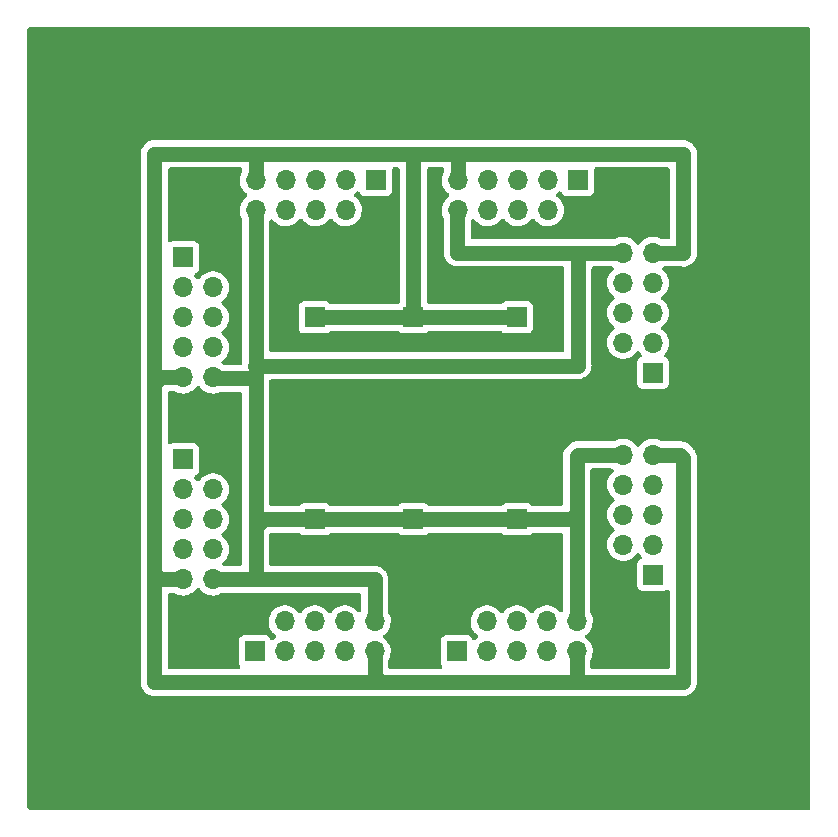
<source format=gbr>
%TF.GenerationSoftware,KiCad,Pcbnew,(6.0.9)*%
%TF.CreationDate,2022-12-16T15:17:59-05:00*%
%TF.ProjectId,Perris_Breakout,50657272-6973-45f4-9272-65616b6f7574,rev?*%
%TF.SameCoordinates,Original*%
%TF.FileFunction,Copper,L2,Bot*%
%TF.FilePolarity,Positive*%
%FSLAX46Y46*%
G04 Gerber Fmt 4.6, Leading zero omitted, Abs format (unit mm)*
G04 Created by KiCad (PCBNEW (6.0.9)) date 2022-12-16 15:17:59*
%MOMM*%
%LPD*%
G01*
G04 APERTURE LIST*
%TA.AperFunction,ComponentPad*%
%ADD10R,1.700000X1.700000*%
%TD*%
%TA.AperFunction,ComponentPad*%
%ADD11O,1.700000X1.700000*%
%TD*%
%TA.AperFunction,ComponentPad*%
%ADD12C,5.700000*%
%TD*%
%TA.AperFunction,ViaPad*%
%ADD13C,1.270000*%
%TD*%
%TA.AperFunction,Conductor*%
%ADD14C,1.270000*%
%TD*%
G04 APERTURE END LIST*
D10*
%TO.P,J7,1,Pin_1*%
%TO.N,unconnected-(J7-Pad1)*%
X116636800Y-51485800D03*
D11*
%TO.P,J7,2,Pin_2*%
%TO.N,unconnected-(J7-Pad2)*%
X114096800Y-51485800D03*
%TO.P,J7,3,Pin_3*%
%TO.N,unconnected-(J7-Pad3)*%
X111556800Y-51485800D03*
%TO.P,J7,4,Pin_4*%
%TO.N,unconnected-(J7-Pad4)*%
X109016800Y-51485800D03*
%TO.P,J7,5,Pin_5*%
%TO.N,/SCL*%
X106476800Y-51485800D03*
%TO.P,J7,6,Pin_6*%
%TO.N,/SDA*%
X106476800Y-54025800D03*
%TO.P,J7,7,Pin_7*%
%TO.N,unconnected-(J7-Pad7)*%
X109016800Y-54025800D03*
%TO.P,J7,8,Pin_8*%
%TO.N,unconnected-(J7-Pad8)*%
X111556800Y-54025800D03*
%TO.P,J7,9,Pin_9*%
%TO.N,unconnected-(J7-Pad9)*%
X114096800Y-54025800D03*
%TO.P,J7,10,Pin_10*%
%TO.N,/GND*%
X116636800Y-54025800D03*
%TD*%
D10*
%TO.P,J5,1,Pin_1*%
%TO.N,unconnected-(J5-Pad1)*%
X140106400Y-67792600D03*
D11*
%TO.P,J5,2,Pin_2*%
%TO.N,unconnected-(J5-Pad2)*%
X140106400Y-65252600D03*
%TO.P,J5,3,Pin_3*%
%TO.N,unconnected-(J5-Pad3)*%
X140106400Y-62712600D03*
%TO.P,J5,4,Pin_4*%
%TO.N,unconnected-(J5-Pad4)*%
X140106400Y-60172600D03*
%TO.P,J5,5,Pin_5*%
%TO.N,/SCL*%
X140106400Y-57632600D03*
%TO.P,J5,6,Pin_6*%
%TO.N,/SDA*%
X137566400Y-57632600D03*
%TO.P,J5,7,Pin_7*%
%TO.N,unconnected-(J5-Pad7)*%
X137566400Y-60172600D03*
%TO.P,J5,8,Pin_8*%
%TO.N,unconnected-(J5-Pad8)*%
X137566400Y-62712600D03*
%TO.P,J5,9,Pin_9*%
%TO.N,unconnected-(J5-Pad9)*%
X137566400Y-65252600D03*
%TO.P,J5,10,Pin_10*%
%TO.N,/GND*%
X137566400Y-67792600D03*
%TD*%
D10*
%TO.P,TP3,1,1*%
%TO.N,/SDA*%
X119811800Y-80187800D03*
%TD*%
%TO.P,TP2,1,1*%
%TO.N,/GND*%
X119811800Y-71640700D03*
%TD*%
%TO.P,J8,1,Pin_1*%
%TO.N,unconnected-(J8-Pad1)*%
X133741000Y-51485800D03*
D11*
%TO.P,J8,2,Pin_2*%
%TO.N,unconnected-(J8-Pad2)*%
X131201000Y-51485800D03*
%TO.P,J8,3,Pin_3*%
%TO.N,unconnected-(J8-Pad3)*%
X128661000Y-51485800D03*
%TO.P,J8,4,Pin_4*%
%TO.N,unconnected-(J8-Pad4)*%
X126121000Y-51485800D03*
%TO.P,J8,5,Pin_5*%
%TO.N,/SCL*%
X123581000Y-51485800D03*
%TO.P,J8,6,Pin_6*%
%TO.N,/SDA*%
X123581000Y-54025800D03*
%TO.P,J8,7,Pin_7*%
%TO.N,unconnected-(J8-Pad7)*%
X126121000Y-54025800D03*
%TO.P,J8,8,Pin_8*%
%TO.N,unconnected-(J8-Pad8)*%
X128661000Y-54025800D03*
%TO.P,J8,9,Pin_9*%
%TO.N,unconnected-(J8-Pad9)*%
X131201000Y-54025800D03*
%TO.P,J8,10,Pin_10*%
%TO.N,/GND*%
X133741000Y-54025800D03*
%TD*%
D10*
%TO.P,J10,1,Pin_1*%
%TO.N,/SCL*%
X128569800Y-63104000D03*
%TD*%
%TO.P,J14,1,Pin_1*%
%TO.N,/SDA*%
X128569800Y-80208200D03*
%TD*%
%TO.P,J13,1,Pin_1*%
%TO.N,/SDA*%
X111465600Y-80208200D03*
%TD*%
%TO.P,J3,1,Pin_1*%
%TO.N,unconnected-(J3-Pad1)*%
X106390600Y-91389200D03*
D11*
%TO.P,J3,2,Pin_2*%
%TO.N,unconnected-(J3-Pad2)*%
X108930600Y-91389200D03*
%TO.P,J3,3,Pin_3*%
%TO.N,unconnected-(J3-Pad3)*%
X111470600Y-91389200D03*
%TO.P,J3,4,Pin_4*%
%TO.N,unconnected-(J3-Pad4)*%
X114010600Y-91389200D03*
%TO.P,J3,5,Pin_5*%
%TO.N,/SCL*%
X116550600Y-91389200D03*
%TO.P,J3,6,Pin_6*%
%TO.N,/SDA*%
X116550600Y-88849200D03*
%TO.P,J3,7,Pin_7*%
%TO.N,unconnected-(J3-Pad7)*%
X114010600Y-88849200D03*
%TO.P,J3,8,Pin_8*%
%TO.N,unconnected-(J3-Pad8)*%
X111470600Y-88849200D03*
%TO.P,J3,9,Pin_9*%
%TO.N,unconnected-(J3-Pad9)*%
X108930600Y-88849200D03*
%TO.P,J3,10,Pin_10*%
%TO.N,/GND*%
X106390600Y-88849200D03*
%TD*%
D10*
%TO.P,J11,1,Pin_1*%
%TO.N,/GND*%
X111465600Y-71661100D03*
%TD*%
D12*
%TO.P,H2,1,1*%
%TO.N,/GND*%
X92354400Y-99085400D03*
%TD*%
%TO.P,H3,1,1*%
%TO.N,/GND*%
X92100400Y-43129200D03*
%TD*%
D10*
%TO.P,TP1,1,1*%
%TO.N,/SCL*%
X119811800Y-63083600D03*
%TD*%
%TO.P,J6,1,Pin_1*%
%TO.N,unconnected-(J6-Pad1)*%
X140106400Y-84896800D03*
D11*
%TO.P,J6,2,Pin_2*%
%TO.N,unconnected-(J6-Pad2)*%
X140106400Y-82356800D03*
%TO.P,J6,3,Pin_3*%
%TO.N,unconnected-(J6-Pad3)*%
X140106400Y-79816800D03*
%TO.P,J6,4,Pin_4*%
%TO.N,unconnected-(J6-Pad4)*%
X140106400Y-77276800D03*
%TO.P,J6,5,Pin_5*%
%TO.N,/SCL*%
X140106400Y-74736800D03*
%TO.P,J6,6,Pin_6*%
%TO.N,/SDA*%
X137566400Y-74736800D03*
%TO.P,J6,7,Pin_7*%
%TO.N,unconnected-(J6-Pad7)*%
X137566400Y-77276800D03*
%TO.P,J6,8,Pin_8*%
%TO.N,unconnected-(J6-Pad8)*%
X137566400Y-79816800D03*
%TO.P,J6,9,Pin_9*%
%TO.N,unconnected-(J6-Pad9)*%
X137566400Y-82356800D03*
%TO.P,J6,10,Pin_10*%
%TO.N,/GND*%
X137566400Y-84896800D03*
%TD*%
D12*
%TO.P,H1,1,1*%
%TO.N,/GND*%
X148818600Y-43129200D03*
%TD*%
D10*
%TO.P,J12,1,Pin_1*%
%TO.N,/GND*%
X128569800Y-71661100D03*
%TD*%
%TO.P,J9,1,Pin_1*%
%TO.N,/SCL*%
X111465600Y-63104000D03*
%TD*%
%TO.P,J1,1,Pin_1*%
%TO.N,unconnected-(J1-Pad1)*%
X100330000Y-58029000D03*
D11*
%TO.P,J1,2,Pin_2*%
%TO.N,unconnected-(J1-Pad2)*%
X100330000Y-60569000D03*
%TO.P,J1,3,Pin_3*%
%TO.N,unconnected-(J1-Pad3)*%
X100330000Y-63109000D03*
%TO.P,J1,4,Pin_4*%
%TO.N,unconnected-(J1-Pad4)*%
X100330000Y-65649000D03*
%TO.P,J1,5,Pin_5*%
%TO.N,/SCL*%
X100330000Y-68189000D03*
%TO.P,J1,6,Pin_6*%
%TO.N,/SDA*%
X102870000Y-68189000D03*
%TO.P,J1,7,Pin_7*%
%TO.N,unconnected-(J1-Pad7)*%
X102870000Y-65649000D03*
%TO.P,J1,8,Pin_8*%
%TO.N,unconnected-(J1-Pad8)*%
X102870000Y-63109000D03*
%TO.P,J1,9,Pin_9*%
%TO.N,unconnected-(J1-Pad9)*%
X102870000Y-60569000D03*
%TO.P,J1,10,Pin_10*%
%TO.N,/GND*%
X102870000Y-58029000D03*
%TD*%
D12*
%TO.P,H4,1,1*%
%TO.N,/GND*%
X148818600Y-99085400D03*
%TD*%
D10*
%TO.P,J2,1,Pin_1*%
%TO.N,unconnected-(J2-Pad1)*%
X100330000Y-75133200D03*
D11*
%TO.P,J2,2,Pin_2*%
%TO.N,unconnected-(J2-Pad2)*%
X100330000Y-77673200D03*
%TO.P,J2,3,Pin_3*%
%TO.N,unconnected-(J2-Pad3)*%
X100330000Y-80213200D03*
%TO.P,J2,4,Pin_4*%
%TO.N,unconnected-(J2-Pad4)*%
X100330000Y-82753200D03*
%TO.P,J2,5,Pin_5*%
%TO.N,/SCL*%
X100330000Y-85293200D03*
%TO.P,J2,6,Pin_6*%
%TO.N,/SDA*%
X102870000Y-85293200D03*
%TO.P,J2,7,Pin_7*%
%TO.N,unconnected-(J2-Pad7)*%
X102870000Y-82753200D03*
%TO.P,J2,8,Pin_8*%
%TO.N,unconnected-(J2-Pad8)*%
X102870000Y-80213200D03*
%TO.P,J2,9,Pin_9*%
%TO.N,unconnected-(J2-Pad9)*%
X102870000Y-77673200D03*
%TO.P,J2,10,Pin_10*%
%TO.N,/GND*%
X102870000Y-75133200D03*
%TD*%
D10*
%TO.P,J4,1,Pin_1*%
%TO.N,unconnected-(J4-Pad1)*%
X123494800Y-91389200D03*
D11*
%TO.P,J4,2,Pin_2*%
%TO.N,unconnected-(J4-Pad2)*%
X126034800Y-91389200D03*
%TO.P,J4,3,Pin_3*%
%TO.N,unconnected-(J4-Pad3)*%
X128574800Y-91389200D03*
%TO.P,J4,4,Pin_4*%
%TO.N,unconnected-(J4-Pad4)*%
X131114800Y-91389200D03*
%TO.P,J4,5,Pin_5*%
%TO.N,/SCL*%
X133654800Y-91389200D03*
%TO.P,J4,6,Pin_6*%
%TO.N,/SDA*%
X133654800Y-88849200D03*
%TO.P,J4,7,Pin_7*%
%TO.N,unconnected-(J4-Pad7)*%
X131114800Y-88849200D03*
%TO.P,J4,8,Pin_8*%
%TO.N,unconnected-(J4-Pad8)*%
X128574800Y-88849200D03*
%TO.P,J4,9,Pin_9*%
%TO.N,unconnected-(J4-Pad9)*%
X126034800Y-88849200D03*
%TO.P,J4,10,Pin_10*%
%TO.N,/GND*%
X123494800Y-88849200D03*
%TD*%
D13*
%TO.N,/GND*%
X138836400Y-52755800D03*
X101605000Y-90114200D03*
X101605000Y-71661100D03*
X138836400Y-90114200D03*
X101605000Y-52755800D03*
X119811800Y-90114200D03*
X111506000Y-58623200D03*
%TD*%
D14*
%TO.N,/SCL*%
X106654600Y-49250600D02*
X120040400Y-49250600D01*
X97891600Y-93980000D02*
X97891600Y-84785200D01*
X142671800Y-49250600D02*
X142671800Y-57658000D01*
X119811800Y-63083600D02*
X119811800Y-49479200D01*
X100330000Y-85293200D02*
X98399600Y-85293200D01*
X98435000Y-68189000D02*
X97891600Y-68732400D01*
X97891600Y-68732400D02*
X97891600Y-49276000D01*
X142671800Y-75006200D02*
X142671800Y-93980000D01*
X134112000Y-94005400D02*
X117043200Y-94005400D01*
X111465600Y-63104000D02*
X128569800Y-63104000D01*
X97891600Y-84785200D02*
X97891600Y-68732400D01*
X100330000Y-68189000D02*
X98435000Y-68189000D01*
X119811800Y-49479200D02*
X120040400Y-49250600D01*
X97917000Y-94005400D02*
X97891600Y-93980000D01*
X142646400Y-49250600D02*
X142671800Y-49276000D01*
X106476800Y-49428400D02*
X106654600Y-49250600D01*
X140106400Y-57632600D02*
X142316200Y-57632600D01*
X123581000Y-49342200D02*
X123672600Y-49250600D01*
X142671800Y-93980000D02*
X142646400Y-94005400D01*
X123672600Y-49250600D02*
X142646400Y-49250600D01*
X120040400Y-49250600D02*
X123672600Y-49250600D01*
X123581000Y-51485800D02*
X123581000Y-49342200D01*
X142402400Y-74736800D02*
X142671800Y-75006200D01*
X116550600Y-93512800D02*
X117043200Y-94005400D01*
X142646400Y-94005400D02*
X134112000Y-94005400D01*
X133654800Y-91389200D02*
X133654800Y-93548200D01*
X98399600Y-85293200D02*
X97891600Y-84785200D01*
X140106400Y-74736800D02*
X142402400Y-74736800D01*
X116550600Y-91389200D02*
X116550600Y-93512800D01*
X97891600Y-49250600D02*
X106654600Y-49250600D01*
X117043200Y-94005400D02*
X97917000Y-94005400D01*
X133654800Y-93548200D02*
X134112000Y-94005400D01*
X106476800Y-51485800D02*
X106476800Y-49428400D01*
%TO.N,/SDA*%
X107142200Y-80208200D02*
X106476800Y-80873600D01*
X133553200Y-57632600D02*
X133746400Y-57825800D01*
X133553200Y-57632600D02*
X123545600Y-57632600D01*
X123545600Y-54061200D02*
X123581000Y-54025800D01*
X106476800Y-80873600D02*
X106476800Y-85242400D01*
X123545600Y-57632600D02*
X123545600Y-54061200D01*
X128569800Y-80208200D02*
X133126400Y-80208200D01*
X102870000Y-85293200D02*
X106426000Y-85293200D01*
X116560600Y-88839200D02*
X116550600Y-88849200D01*
X133654800Y-88849200D02*
X133654800Y-79679800D01*
X106476800Y-54025800D02*
X106476800Y-68275200D01*
X133746400Y-57825800D02*
X133746400Y-67173000D01*
X111465600Y-80208200D02*
X128569800Y-80208200D01*
X106476800Y-85242400D02*
X106426000Y-85293200D01*
X106476800Y-68275200D02*
X102956200Y-68275200D01*
X133126400Y-80208200D02*
X133654800Y-79679800D01*
X133746400Y-74736800D02*
X137566400Y-74736800D01*
X116560600Y-85369400D02*
X116560600Y-88839200D01*
X111465600Y-80208200D02*
X107142200Y-80208200D01*
X133746400Y-67173000D02*
X133756400Y-67183000D01*
X106451400Y-67183000D02*
X133680200Y-67183000D01*
X133654800Y-79679800D02*
X133654800Y-74879200D01*
X106426000Y-85293200D02*
X116535200Y-85293200D01*
X102956200Y-68275200D02*
X102870000Y-68189000D01*
X137566400Y-57632600D02*
X133553200Y-57632600D01*
X106476800Y-68275200D02*
X106476800Y-80873600D01*
%TO.N,/GND*%
X111465600Y-71661100D02*
X128569800Y-71661100D01*
%TD*%
%TA.AperFunction,Conductor*%
%TO.N,/GND*%
G36*
X153333621Y-38551066D02*
G01*
X153399557Y-38603649D01*
X153436149Y-38679632D01*
X153440900Y-38721800D01*
X153440900Y-104585000D01*
X153422134Y-104667221D01*
X153369551Y-104733157D01*
X153293568Y-104769749D01*
X153251400Y-104774500D01*
X87337400Y-104774500D01*
X87255179Y-104755734D01*
X87189243Y-104703151D01*
X87152651Y-104627168D01*
X87147900Y-104585000D01*
X87147900Y-94010061D01*
X96743594Y-94010061D01*
X96753896Y-94097102D01*
X96754408Y-94101974D01*
X96762431Y-94189279D01*
X96764790Y-94197642D01*
X96765946Y-94203882D01*
X96767275Y-94210135D01*
X96768297Y-94218765D01*
X96777402Y-94248088D01*
X96794277Y-94302435D01*
X96795683Y-94307183D01*
X96819477Y-94391549D01*
X96823319Y-94399340D01*
X96825589Y-94405254D01*
X96828041Y-94411173D01*
X96830618Y-94419473D01*
X96871444Y-94497073D01*
X96873664Y-94501431D01*
X96912429Y-94580037D01*
X96917629Y-94587000D01*
X96920961Y-94592438D01*
X96924423Y-94597769D01*
X96928471Y-94605463D01*
X96933851Y-94612287D01*
X96933852Y-94612289D01*
X96982719Y-94674276D01*
X96985739Y-94678212D01*
X97032974Y-94741467D01*
X97038173Y-94748429D01*
X97080542Y-94787594D01*
X97094380Y-94801800D01*
X97120761Y-94831883D01*
X97120768Y-94831889D01*
X97126494Y-94838419D01*
X97187846Y-94886785D01*
X97192499Y-94891086D01*
X97193545Y-94891746D01*
X97196408Y-94895202D01*
X97197245Y-94894195D01*
X97266540Y-94951826D01*
X97274119Y-94956071D01*
X97279323Y-94959647D01*
X97284706Y-94963143D01*
X97291537Y-94968528D01*
X97369089Y-95009330D01*
X97373435Y-95011690D01*
X97442321Y-95050269D01*
X97442327Y-95050272D01*
X97449904Y-95054515D01*
X97458129Y-95057307D01*
X97463947Y-95059897D01*
X97469846Y-95062340D01*
X97477527Y-95066382D01*
X97485817Y-95068956D01*
X97485819Y-95068957D01*
X97561205Y-95092365D01*
X97565921Y-95093898D01*
X97640684Y-95119276D01*
X97648912Y-95122069D01*
X97657511Y-95123316D01*
X97663700Y-95124802D01*
X97669938Y-95126128D01*
X97678234Y-95128704D01*
X97686849Y-95129724D01*
X97686865Y-95129727D01*
X97765275Y-95139007D01*
X97770193Y-95139654D01*
X97848302Y-95150979D01*
X97848304Y-95150979D01*
X97856897Y-95152225D01*
X97937807Y-95149046D01*
X97945247Y-95148900D01*
X116946492Y-95148900D01*
X116973683Y-95150861D01*
X116983098Y-95152226D01*
X117064022Y-95149046D01*
X117071464Y-95148900D01*
X134015298Y-95148900D01*
X134042488Y-95150861D01*
X134051897Y-95152225D01*
X134132807Y-95149046D01*
X134140247Y-95148900D01*
X142601516Y-95148900D01*
X142613911Y-95149306D01*
X142667789Y-95152838D01*
X142667794Y-95152838D01*
X142676461Y-95153406D01*
X142763502Y-95143104D01*
X142768374Y-95142592D01*
X142855679Y-95134569D01*
X142864042Y-95132210D01*
X142870282Y-95131054D01*
X142876537Y-95129724D01*
X142885165Y-95128703D01*
X142968863Y-95102715D01*
X142973590Y-95101315D01*
X143057949Y-95077523D01*
X143065740Y-95073681D01*
X143071654Y-95071411D01*
X143077573Y-95068959D01*
X143085873Y-95066382D01*
X143163473Y-95025556D01*
X143167846Y-95023328D01*
X143246437Y-94984571D01*
X143253400Y-94979371D01*
X143258838Y-94976039D01*
X143264171Y-94972576D01*
X143271863Y-94968529D01*
X143283703Y-94959195D01*
X143340676Y-94914281D01*
X143344612Y-94911261D01*
X143407867Y-94864026D01*
X143407869Y-94864025D01*
X143414829Y-94858827D01*
X143453994Y-94816458D01*
X143468200Y-94802620D01*
X143498283Y-94776239D01*
X143498289Y-94776232D01*
X143504819Y-94770506D01*
X143527712Y-94741467D01*
X143550715Y-94712287D01*
X143553185Y-94709154D01*
X143557486Y-94704501D01*
X143558146Y-94703455D01*
X143561602Y-94700592D01*
X143560595Y-94699755D01*
X143612673Y-94637137D01*
X143612673Y-94637136D01*
X143618226Y-94630460D01*
X143622471Y-94622881D01*
X143626047Y-94617677D01*
X143629543Y-94612294D01*
X143634928Y-94605463D01*
X143675730Y-94527911D01*
X143678090Y-94523565D01*
X143716669Y-94454679D01*
X143716672Y-94454673D01*
X143720915Y-94447096D01*
X143723707Y-94438871D01*
X143726297Y-94433053D01*
X143728740Y-94427154D01*
X143732782Y-94419473D01*
X143758765Y-94335794D01*
X143760298Y-94331079D01*
X143785676Y-94256316D01*
X143788469Y-94248088D01*
X143789716Y-94239489D01*
X143791202Y-94233300D01*
X143792530Y-94227056D01*
X143795104Y-94218766D01*
X143796124Y-94210151D01*
X143796127Y-94210135D01*
X143805407Y-94131725D01*
X143806054Y-94126807D01*
X143817379Y-94048698D01*
X143817379Y-94048696D01*
X143818625Y-94040103D01*
X143815446Y-93959193D01*
X143815300Y-93951753D01*
X143815300Y-75051073D01*
X143815706Y-75038679D01*
X143819237Y-74984807D01*
X143819237Y-74984806D01*
X143819805Y-74976139D01*
X143818784Y-74967514D01*
X143818784Y-74967507D01*
X143809507Y-74889125D01*
X143808988Y-74884191D01*
X143802270Y-74811074D01*
X143800969Y-74796921D01*
X143798610Y-74788558D01*
X143797454Y-74782318D01*
X143796124Y-74776063D01*
X143795103Y-74767435D01*
X143769115Y-74683737D01*
X143767715Y-74679010D01*
X143746280Y-74603009D01*
X143743923Y-74594651D01*
X143740081Y-74586860D01*
X143737811Y-74580946D01*
X143735359Y-74575027D01*
X143732782Y-74566727D01*
X143691956Y-74489127D01*
X143689728Y-74484754D01*
X143650971Y-74406163D01*
X143645771Y-74399200D01*
X143642439Y-74393762D01*
X143638976Y-74388429D01*
X143634929Y-74380737D01*
X143629548Y-74373911D01*
X143580681Y-74311924D01*
X143577661Y-74307988D01*
X143530431Y-74244740D01*
X143525227Y-74237771D01*
X143465765Y-74182805D01*
X143460402Y-74177649D01*
X143242713Y-73959960D01*
X143234236Y-73950909D01*
X143198635Y-73910313D01*
X143198631Y-73910310D01*
X143192906Y-73903781D01*
X143154257Y-73873313D01*
X143124095Y-73849535D01*
X143120239Y-73846412D01*
X143059542Y-73795930D01*
X143059532Y-73795923D01*
X143052860Y-73790374D01*
X143045282Y-73786130D01*
X143040077Y-73782553D01*
X143034694Y-73779057D01*
X143027863Y-73773672D01*
X142950311Y-73732870D01*
X142945965Y-73730510D01*
X142877079Y-73691931D01*
X142877073Y-73691928D01*
X142869496Y-73687685D01*
X142861271Y-73684893D01*
X142855453Y-73682303D01*
X142849554Y-73679860D01*
X142841873Y-73675818D01*
X142833583Y-73673244D01*
X142833581Y-73673243D01*
X142758195Y-73649835D01*
X142753479Y-73648302D01*
X142678716Y-73622924D01*
X142670488Y-73620131D01*
X142661889Y-73618884D01*
X142655700Y-73617398D01*
X142649462Y-73616072D01*
X142641166Y-73613496D01*
X142632551Y-73612476D01*
X142632535Y-73612473D01*
X142554125Y-73603193D01*
X142549207Y-73602546D01*
X142471098Y-73591221D01*
X142471096Y-73591221D01*
X142462503Y-73589975D01*
X142381593Y-73593154D01*
X142374153Y-73593300D01*
X140894921Y-73593300D01*
X140812700Y-73574534D01*
X140803339Y-73569700D01*
X140671999Y-73497196D01*
X140671986Y-73497190D01*
X140665189Y-73493438D01*
X140454612Y-73418869D01*
X140422624Y-73413171D01*
X140384541Y-73406388D01*
X140234684Y-73379694D01*
X140011311Y-73376965D01*
X139790491Y-73410755D01*
X139578156Y-73480157D01*
X139380007Y-73583307D01*
X139373782Y-73587981D01*
X139207584Y-73712765D01*
X139207579Y-73712769D01*
X139201365Y-73717435D01*
X139184550Y-73735031D01*
X139078112Y-73846412D01*
X139047029Y-73878938D01*
X139042647Y-73885362D01*
X139042646Y-73885363D01*
X138993463Y-73957463D01*
X138931626Y-74014810D01*
X138851031Y-74039649D01*
X138767641Y-74027058D01*
X138697972Y-73979533D01*
X138677808Y-73953605D01*
X138650639Y-73911608D01*
X138646414Y-73905077D01*
X138496070Y-73739851D01*
X138320759Y-73601398D01*
X138306090Y-73593300D01*
X138241500Y-73557645D01*
X138125189Y-73493438D01*
X137914612Y-73418869D01*
X137882624Y-73413171D01*
X137844541Y-73406388D01*
X137694684Y-73379694D01*
X137471311Y-73376965D01*
X137250491Y-73410755D01*
X137038156Y-73480157D01*
X136861941Y-73571889D01*
X136774442Y-73593300D01*
X133693084Y-73593300D01*
X133537121Y-73607631D01*
X133528753Y-73609991D01*
X133516325Y-73613496D01*
X133334851Y-73664677D01*
X133146363Y-73757629D01*
X133139405Y-73762825D01*
X133139403Y-73762826D01*
X133112380Y-73783005D01*
X132977971Y-73883373D01*
X132835314Y-74037699D01*
X132742567Y-74184695D01*
X132733701Y-74198746D01*
X132722253Y-74214944D01*
X132697056Y-74246907D01*
X132691672Y-74253737D01*
X132593818Y-74439727D01*
X132531496Y-74640434D01*
X132530476Y-74649052D01*
X132530475Y-74649057D01*
X132517446Y-74759144D01*
X132511300Y-74811074D01*
X132511300Y-78875200D01*
X132492534Y-78957421D01*
X132439951Y-79023357D01*
X132363968Y-79059949D01*
X132321800Y-79064700D01*
X129928608Y-79064700D01*
X129846387Y-79045934D01*
X129794609Y-79009195D01*
X129791161Y-79005747D01*
X129783061Y-78994939D01*
X129770263Y-78985347D01*
X129677309Y-78915682D01*
X129677308Y-78915682D01*
X129666505Y-78907585D01*
X129530116Y-78856455D01*
X129467934Y-78849700D01*
X127671666Y-78849700D01*
X127609484Y-78856455D01*
X127473095Y-78907585D01*
X127462292Y-78915682D01*
X127462291Y-78915682D01*
X127369338Y-78985347D01*
X127356539Y-78994939D01*
X127348439Y-79005747D01*
X127344991Y-79009195D01*
X127273583Y-79054065D01*
X127210992Y-79064700D01*
X121187424Y-79064700D01*
X121105203Y-79045934D01*
X121042896Y-78994695D01*
X121042703Y-78994888D01*
X121040722Y-78992907D01*
X121035785Y-78988847D01*
X121033162Y-78985347D01*
X121033159Y-78985344D01*
X121025061Y-78974539D01*
X120982293Y-78942486D01*
X120919309Y-78895282D01*
X120919308Y-78895282D01*
X120908505Y-78887185D01*
X120772116Y-78836055D01*
X120709934Y-78829300D01*
X118913666Y-78829300D01*
X118851484Y-78836055D01*
X118715095Y-78887185D01*
X118704292Y-78895282D01*
X118704291Y-78895282D01*
X118641307Y-78942486D01*
X118598539Y-78974539D01*
X118590441Y-78985344D01*
X118590438Y-78985347D01*
X118587815Y-78988847D01*
X118582050Y-78993735D01*
X118580897Y-78994888D01*
X118580802Y-78994793D01*
X118523489Y-79043387D01*
X118436176Y-79064700D01*
X112824408Y-79064700D01*
X112742187Y-79045934D01*
X112690409Y-79009195D01*
X112686961Y-79005747D01*
X112678861Y-78994939D01*
X112666063Y-78985347D01*
X112573109Y-78915682D01*
X112573108Y-78915682D01*
X112562305Y-78907585D01*
X112425916Y-78856455D01*
X112363734Y-78849700D01*
X110567466Y-78849700D01*
X110505284Y-78856455D01*
X110368895Y-78907585D01*
X110358092Y-78915682D01*
X110358091Y-78915682D01*
X110265138Y-78985347D01*
X110252339Y-78994939D01*
X110244239Y-79005747D01*
X110240791Y-79009195D01*
X110169383Y-79054065D01*
X110106792Y-79064700D01*
X107809800Y-79064700D01*
X107727579Y-79045934D01*
X107661643Y-78993351D01*
X107625051Y-78917368D01*
X107620300Y-78875200D01*
X107620300Y-68516000D01*
X107639066Y-68433779D01*
X107691649Y-68367843D01*
X107767632Y-68331251D01*
X107809800Y-68326500D01*
X133659698Y-68326500D01*
X133686888Y-68328461D01*
X133696297Y-68329825D01*
X133801296Y-68325700D01*
X133897619Y-68321915D01*
X133897620Y-68321915D01*
X133906296Y-68321574D01*
X133914766Y-68319657D01*
X133914769Y-68319657D01*
X134008786Y-68298383D01*
X134111275Y-68275192D01*
X134304369Y-68192233D01*
X134311589Y-68187409D01*
X134311594Y-68187406D01*
X134471887Y-68080300D01*
X134479111Y-68075473D01*
X134629649Y-67928826D01*
X134750943Y-67757199D01*
X134838929Y-67566343D01*
X134861046Y-67479258D01*
X134888520Y-67371076D01*
X134888520Y-67371074D01*
X134890660Y-67362649D01*
X134891390Y-67351524D01*
X134903837Y-67161612D01*
X134903837Y-67161607D01*
X134904405Y-67152939D01*
X134891214Y-67041490D01*
X134889900Y-67019216D01*
X134889900Y-58965600D01*
X134908666Y-58883379D01*
X134961249Y-58817443D01*
X135037232Y-58780851D01*
X135079400Y-58776100D01*
X136595659Y-58776100D01*
X136677880Y-58794866D01*
X136743816Y-58847449D01*
X136780408Y-58923432D01*
X136780408Y-59007768D01*
X136743816Y-59083751D01*
X136709439Y-59117140D01*
X136661365Y-59153235D01*
X136655990Y-59158860D01*
X136567873Y-59251069D01*
X136507029Y-59314738D01*
X136502647Y-59321162D01*
X136502646Y-59321163D01*
X136414343Y-59450610D01*
X136381143Y-59499280D01*
X136287088Y-59701905D01*
X136285011Y-59709394D01*
X136285010Y-59709397D01*
X136233349Y-59895680D01*
X136227389Y-59917170D01*
X136203651Y-60139295D01*
X136204098Y-60147049D01*
X136204098Y-60147052D01*
X136209699Y-60244185D01*
X136216510Y-60362315D01*
X136265622Y-60580239D01*
X136268550Y-60587449D01*
X136268550Y-60587450D01*
X136288098Y-60635590D01*
X136349666Y-60787216D01*
X136353732Y-60793852D01*
X136353734Y-60793855D01*
X136410020Y-60885705D01*
X136466387Y-60977688D01*
X136471478Y-60983565D01*
X136471480Y-60983568D01*
X136607557Y-61140659D01*
X136612650Y-61146538D01*
X136618633Y-61151506D01*
X136618638Y-61151510D01*
X136778535Y-61284259D01*
X136778541Y-61284263D01*
X136784526Y-61289232D01*
X136786948Y-61290647D01*
X136842303Y-61351825D01*
X136866151Y-61432718D01*
X136852540Y-61515948D01*
X136804164Y-61585029D01*
X136790810Y-61596045D01*
X136661365Y-61693235D01*
X136610890Y-61746054D01*
X136522887Y-61838144D01*
X136507029Y-61854738D01*
X136502647Y-61861162D01*
X136502646Y-61861163D01*
X136453463Y-61933263D01*
X136381143Y-62039280D01*
X136287088Y-62241905D01*
X136285011Y-62249394D01*
X136285010Y-62249397D01*
X136233349Y-62435680D01*
X136227389Y-62457170D01*
X136203651Y-62679295D01*
X136204098Y-62687049D01*
X136204098Y-62687052D01*
X136209699Y-62784185D01*
X136216510Y-62902315D01*
X136265622Y-63120239D01*
X136268550Y-63127449D01*
X136268550Y-63127450D01*
X136288098Y-63175590D01*
X136349666Y-63327216D01*
X136353732Y-63333852D01*
X136353734Y-63333855D01*
X136410020Y-63425705D01*
X136466387Y-63517688D01*
X136471478Y-63523565D01*
X136471480Y-63523568D01*
X136607557Y-63680659D01*
X136612650Y-63686538D01*
X136618633Y-63691506D01*
X136618638Y-63691510D01*
X136778535Y-63824259D01*
X136778541Y-63824263D01*
X136784526Y-63829232D01*
X136786948Y-63830647D01*
X136842303Y-63891825D01*
X136866151Y-63972718D01*
X136852540Y-64055948D01*
X136804164Y-64125029D01*
X136790810Y-64136045D01*
X136661365Y-64233235D01*
X136655990Y-64238860D01*
X136522887Y-64378144D01*
X136507029Y-64394738D01*
X136502647Y-64401162D01*
X136502646Y-64401163D01*
X136453463Y-64473263D01*
X136381143Y-64579280D01*
X136287088Y-64781905D01*
X136285011Y-64789394D01*
X136285010Y-64789397D01*
X136233349Y-64975680D01*
X136227389Y-64997170D01*
X136203651Y-65219295D01*
X136204098Y-65227049D01*
X136204098Y-65227052D01*
X136209699Y-65324185D01*
X136216510Y-65442315D01*
X136265622Y-65660239D01*
X136268550Y-65667449D01*
X136268550Y-65667450D01*
X136288098Y-65715590D01*
X136349666Y-65867216D01*
X136353732Y-65873852D01*
X136353734Y-65873855D01*
X136410020Y-65965705D01*
X136466387Y-66057688D01*
X136471478Y-66063565D01*
X136471480Y-66063568D01*
X136607557Y-66220659D01*
X136612650Y-66226538D01*
X136618633Y-66231506D01*
X136618638Y-66231510D01*
X136758328Y-66347482D01*
X136784526Y-66369232D01*
X136977400Y-66481938D01*
X137186092Y-66561630D01*
X137273134Y-66579339D01*
X137397378Y-66604617D01*
X137397379Y-66604617D01*
X137404997Y-66606167D01*
X137412765Y-66606452D01*
X137412766Y-66606452D01*
X137563377Y-66611975D01*
X137628237Y-66614353D01*
X137635948Y-66613365D01*
X137635952Y-66613365D01*
X137743232Y-66599622D01*
X137849816Y-66585968D01*
X137857256Y-66583736D01*
X137857260Y-66583735D01*
X138028069Y-66532489D01*
X138063784Y-66521774D01*
X138264394Y-66423496D01*
X138340470Y-66369232D01*
X138439925Y-66298292D01*
X138439927Y-66298290D01*
X138446260Y-66293773D01*
X138451767Y-66288285D01*
X138451772Y-66288281D01*
X138598983Y-66141583D01*
X138598984Y-66141581D01*
X138604496Y-66136089D01*
X138680899Y-66029762D01*
X138744116Y-65973944D01*
X138825294Y-65951082D01*
X138908352Y-65965705D01*
X138976840Y-66014918D01*
X138996361Y-66041328D01*
X139002318Y-66051049D01*
X139002322Y-66051054D01*
X139006387Y-66057688D01*
X139011478Y-66063565D01*
X139011480Y-66063568D01*
X139112828Y-66180566D01*
X139152477Y-66255000D01*
X139155904Y-66339266D01*
X139122430Y-66416674D01*
X139058685Y-66471892D01*
X139036113Y-66482081D01*
X139022339Y-66487244D01*
X139022333Y-66487247D01*
X139009695Y-66491985D01*
X138893139Y-66579339D01*
X138885041Y-66590144D01*
X138873033Y-66606167D01*
X138805785Y-66695895D01*
X138754655Y-66832284D01*
X138747900Y-66894466D01*
X138747900Y-68690734D01*
X138754655Y-68752916D01*
X138805785Y-68889305D01*
X138893139Y-69005861D01*
X138903944Y-69013959D01*
X138973612Y-69066172D01*
X139009695Y-69093215D01*
X139146084Y-69144345D01*
X139208266Y-69151100D01*
X141004534Y-69151100D01*
X141066716Y-69144345D01*
X141203105Y-69093215D01*
X141239189Y-69066172D01*
X141308856Y-69013959D01*
X141319661Y-69005861D01*
X141407015Y-68889305D01*
X141458145Y-68752916D01*
X141464900Y-68690734D01*
X141464900Y-66894466D01*
X141458145Y-66832284D01*
X141407015Y-66695895D01*
X141339768Y-66606167D01*
X141327759Y-66590144D01*
X141319661Y-66579339D01*
X141203105Y-66491985D01*
X141177131Y-66482248D01*
X141106731Y-66435815D01*
X141063448Y-66363434D01*
X141055856Y-66279441D01*
X141085460Y-66200472D01*
X141109887Y-66170578D01*
X141129722Y-66150811D01*
X141144496Y-66136089D01*
X141191185Y-66071115D01*
X141270317Y-65960990D01*
X141270319Y-65960987D01*
X141274853Y-65954677D01*
X141279876Y-65944514D01*
X141370383Y-65761386D01*
X141370384Y-65761384D01*
X141373830Y-65754411D01*
X141378124Y-65740280D01*
X141436508Y-65548114D01*
X141438770Y-65540669D01*
X141467929Y-65319190D01*
X141469556Y-65252600D01*
X141463448Y-65178305D01*
X141451890Y-65037716D01*
X141451889Y-65037711D01*
X141451252Y-65029961D01*
X141446733Y-65011968D01*
X141423899Y-64921065D01*
X141396831Y-64813302D01*
X141389988Y-64797563D01*
X141329217Y-64657802D01*
X141307754Y-64608440D01*
X141200144Y-64442100D01*
X141190638Y-64427406D01*
X141190637Y-64427404D01*
X141186414Y-64420877D01*
X141036070Y-64255651D01*
X140876594Y-64129703D01*
X140823700Y-64064017D01*
X140804545Y-63981886D01*
X140822922Y-63899577D01*
X140875192Y-63833393D01*
X140884000Y-63826714D01*
X140979925Y-63758292D01*
X140979927Y-63758290D01*
X140986260Y-63753773D01*
X140991767Y-63748285D01*
X140991772Y-63748281D01*
X141138983Y-63601583D01*
X141138984Y-63601581D01*
X141144496Y-63596089D01*
X141191185Y-63531115D01*
X141270317Y-63420990D01*
X141270319Y-63420987D01*
X141274853Y-63414677D01*
X141279876Y-63404514D01*
X141370383Y-63221386D01*
X141370384Y-63221384D01*
X141373830Y-63214411D01*
X141378124Y-63200280D01*
X141436508Y-63008114D01*
X141438770Y-63000669D01*
X141467929Y-62779190D01*
X141469556Y-62712600D01*
X141463448Y-62638305D01*
X141451890Y-62497716D01*
X141451889Y-62497711D01*
X141451252Y-62489961D01*
X141446733Y-62471968D01*
X141423899Y-62381065D01*
X141396831Y-62273302D01*
X141389988Y-62257563D01*
X141329217Y-62117802D01*
X141307754Y-62068440D01*
X141192701Y-61890595D01*
X141190638Y-61887406D01*
X141190637Y-61887404D01*
X141186414Y-61880877D01*
X141036070Y-61715651D01*
X140876594Y-61589703D01*
X140823700Y-61524017D01*
X140804545Y-61441886D01*
X140822922Y-61359577D01*
X140875192Y-61293393D01*
X140884000Y-61286714D01*
X140979925Y-61218292D01*
X140979927Y-61218290D01*
X140986260Y-61213773D01*
X140991767Y-61208285D01*
X140991772Y-61208281D01*
X141138983Y-61061583D01*
X141138984Y-61061581D01*
X141144496Y-61056089D01*
X141191185Y-60991115D01*
X141270317Y-60880990D01*
X141270319Y-60880987D01*
X141274853Y-60874677D01*
X141279876Y-60864514D01*
X141370383Y-60681386D01*
X141370384Y-60681384D01*
X141373830Y-60674411D01*
X141378124Y-60660280D01*
X141436508Y-60468114D01*
X141438770Y-60460669D01*
X141467929Y-60239190D01*
X141469556Y-60172600D01*
X141463448Y-60098305D01*
X141451890Y-59957716D01*
X141451889Y-59957711D01*
X141451252Y-59949961D01*
X141446733Y-59931968D01*
X141423899Y-59841065D01*
X141396831Y-59733302D01*
X141389988Y-59717563D01*
X141329217Y-59577802D01*
X141307754Y-59528440D01*
X141186414Y-59340877D01*
X141036070Y-59175651D01*
X141029969Y-59170833D01*
X141029965Y-59170829D01*
X140958405Y-59114314D01*
X140905511Y-59048628D01*
X140886356Y-58966497D01*
X140904733Y-58884188D01*
X140957003Y-58818004D01*
X141032813Y-58781053D01*
X141075854Y-58776100D01*
X142369516Y-58776100D01*
X142373832Y-58775703D01*
X142373842Y-58775703D01*
X142384255Y-58774746D01*
X142438561Y-58777592D01*
X142525406Y-58794866D01*
X142551760Y-58800108D01*
X142560444Y-58800222D01*
X142560447Y-58800222D01*
X142656831Y-58801483D01*
X142761902Y-58802859D01*
X142770462Y-58801388D01*
X142770464Y-58801388D01*
X142960468Y-58768739D01*
X142960469Y-58768739D01*
X142969028Y-58767268D01*
X142977179Y-58764261D01*
X143158039Y-58697539D01*
X143158045Y-58697536D01*
X143166199Y-58694528D01*
X143346812Y-58587074D01*
X143353340Y-58581349D01*
X143353343Y-58581347D01*
X143448507Y-58497890D01*
X143504819Y-58448506D01*
X143634928Y-58283463D01*
X143732782Y-58097473D01*
X143795104Y-57896766D01*
X143796458Y-57885333D01*
X143814644Y-57731671D01*
X143814644Y-57731666D01*
X143815300Y-57726126D01*
X143815300Y-49320884D01*
X143815706Y-49308489D01*
X143819238Y-49254611D01*
X143819238Y-49254606D01*
X143819806Y-49245939D01*
X143816570Y-49218596D01*
X143815455Y-49205004D01*
X143815300Y-49201623D01*
X143815300Y-49197284D01*
X143800969Y-49041321D01*
X143743923Y-48839051D01*
X143650971Y-48650563D01*
X143525227Y-48482171D01*
X143370901Y-48339514D01*
X143193162Y-48227369D01*
X142997963Y-48149492D01*
X142989442Y-48147797D01*
X142800362Y-48110187D01*
X142800361Y-48110187D01*
X142791840Y-48108492D01*
X142783157Y-48108378D01*
X142783154Y-48108378D01*
X142768378Y-48108185D01*
X142746207Y-48107895D01*
X142721500Y-48105949D01*
X142706503Y-48103775D01*
X142674789Y-48105021D01*
X142642741Y-48106280D01*
X142632822Y-48106410D01*
X142621215Y-48106258D01*
X142581698Y-48105741D01*
X142575767Y-48106760D01*
X142567115Y-48107100D01*
X123717484Y-48107100D01*
X123705089Y-48106694D01*
X123651211Y-48103162D01*
X123651206Y-48103162D01*
X123642539Y-48102594D01*
X123617275Y-48105584D01*
X123615571Y-48105786D01*
X123593297Y-48107100D01*
X120085273Y-48107100D01*
X120072879Y-48106694D01*
X120019012Y-48103163D01*
X120019007Y-48103163D01*
X120010339Y-48102595D01*
X119983759Y-48105741D01*
X119983379Y-48105786D01*
X119961105Y-48107100D01*
X106699473Y-48107100D01*
X106687079Y-48106694D01*
X106633212Y-48103163D01*
X106633207Y-48103163D01*
X106624539Y-48102595D01*
X106597959Y-48105741D01*
X106597579Y-48105786D01*
X106575305Y-48107100D01*
X97838284Y-48107100D01*
X97682321Y-48121431D01*
X97480051Y-48178477D01*
X97291563Y-48271429D01*
X97123171Y-48397173D01*
X96980514Y-48551499D01*
X96868369Y-48729238D01*
X96790492Y-48924437D01*
X96788797Y-48932957D01*
X96788797Y-48932958D01*
X96765521Y-49049978D01*
X96749492Y-49130560D01*
X96749378Y-49139244D01*
X96749378Y-49139247D01*
X96748551Y-49202437D01*
X96748467Y-49204775D01*
X96748100Y-49207874D01*
X96748100Y-49235632D01*
X96748084Y-49238113D01*
X96746741Y-49340702D01*
X96747760Y-49346633D01*
X96748100Y-49355285D01*
X96748100Y-68635698D01*
X96746139Y-68662888D01*
X96744775Y-68672297D01*
X96745116Y-68680974D01*
X96747954Y-68753207D01*
X96748100Y-68760647D01*
X96748100Y-84740316D01*
X96747694Y-84752711D01*
X96743594Y-84815261D01*
X96746702Y-84841518D01*
X96746786Y-84842226D01*
X96748100Y-84864503D01*
X96748100Y-93935116D01*
X96747694Y-93947511D01*
X96743594Y-94010061D01*
X87147900Y-94010061D01*
X87147900Y-38721800D01*
X87166666Y-38639579D01*
X87219249Y-38573643D01*
X87295232Y-38537051D01*
X87337400Y-38532300D01*
X153251400Y-38532300D01*
X153333621Y-38551066D01*
G37*
%TD.AperFunction*%
%TA.AperFunction,Conductor*%
G36*
X101671952Y-86006305D02*
G01*
X101740440Y-86055518D01*
X101759961Y-86081928D01*
X101765918Y-86091649D01*
X101765922Y-86091654D01*
X101769987Y-86098288D01*
X101775078Y-86104165D01*
X101775080Y-86104168D01*
X101911157Y-86261259D01*
X101916250Y-86267138D01*
X101922233Y-86272106D01*
X101922238Y-86272110D01*
X101995016Y-86332531D01*
X102088126Y-86409832D01*
X102281000Y-86522538D01*
X102489692Y-86602230D01*
X102598341Y-86624335D01*
X102700978Y-86645217D01*
X102700979Y-86645217D01*
X102708597Y-86646767D01*
X102716365Y-86647052D01*
X102716366Y-86647052D01*
X102866977Y-86652575D01*
X102931837Y-86654953D01*
X102939548Y-86653965D01*
X102939552Y-86653965D01*
X103046832Y-86640222D01*
X103153416Y-86626568D01*
X103160856Y-86624336D01*
X103160860Y-86624335D01*
X103295195Y-86584032D01*
X103367384Y-86562374D01*
X103567994Y-86464096D01*
X103569813Y-86462798D01*
X103648106Y-86437446D01*
X103664904Y-86436700D01*
X106381116Y-86436700D01*
X106393511Y-86437106D01*
X106447389Y-86440638D01*
X106447394Y-86440638D01*
X106456061Y-86441206D01*
X106483028Y-86438014D01*
X106505303Y-86436700D01*
X115227600Y-86436700D01*
X115309821Y-86455466D01*
X115375757Y-86508049D01*
X115412349Y-86584032D01*
X115417100Y-86626200D01*
X115417100Y-87886453D01*
X115398334Y-87968674D01*
X115345751Y-88034610D01*
X115269768Y-88071202D01*
X115185432Y-88071202D01*
X115109449Y-88034610D01*
X115087440Y-88013989D01*
X115036207Y-87957684D01*
X114940270Y-87852251D01*
X114764959Y-87713798D01*
X114569389Y-87605838D01*
X114358812Y-87531269D01*
X114326824Y-87525571D01*
X114288741Y-87518788D01*
X114138884Y-87492094D01*
X113915511Y-87489365D01*
X113694691Y-87523155D01*
X113482356Y-87592557D01*
X113284207Y-87695707D01*
X113277982Y-87700381D01*
X113111784Y-87825165D01*
X113111779Y-87825169D01*
X113105565Y-87829835D01*
X113100190Y-87835460D01*
X112983390Y-87957684D01*
X112951229Y-87991338D01*
X112946847Y-87997762D01*
X112946846Y-87997763D01*
X112897663Y-88069863D01*
X112835826Y-88127210D01*
X112755231Y-88152049D01*
X112671841Y-88139458D01*
X112602172Y-88091933D01*
X112582008Y-88066005D01*
X112578261Y-88060212D01*
X112550614Y-88017477D01*
X112400270Y-87852251D01*
X112224959Y-87713798D01*
X112029389Y-87605838D01*
X111818812Y-87531269D01*
X111786824Y-87525571D01*
X111748741Y-87518788D01*
X111598884Y-87492094D01*
X111375511Y-87489365D01*
X111154691Y-87523155D01*
X110942356Y-87592557D01*
X110744207Y-87695707D01*
X110737982Y-87700381D01*
X110571784Y-87825165D01*
X110571779Y-87825169D01*
X110565565Y-87829835D01*
X110560190Y-87835460D01*
X110443390Y-87957684D01*
X110411229Y-87991338D01*
X110406847Y-87997762D01*
X110406846Y-87997763D01*
X110357663Y-88069863D01*
X110295826Y-88127210D01*
X110215231Y-88152049D01*
X110131841Y-88139458D01*
X110062172Y-88091933D01*
X110042008Y-88066005D01*
X110038261Y-88060212D01*
X110010614Y-88017477D01*
X109860270Y-87852251D01*
X109684959Y-87713798D01*
X109489389Y-87605838D01*
X109278812Y-87531269D01*
X109246824Y-87525571D01*
X109208741Y-87518788D01*
X109058884Y-87492094D01*
X108835511Y-87489365D01*
X108614691Y-87523155D01*
X108402356Y-87592557D01*
X108204207Y-87695707D01*
X108197982Y-87700381D01*
X108031784Y-87825165D01*
X108031779Y-87825169D01*
X108025565Y-87829835D01*
X108020190Y-87835460D01*
X107903390Y-87957684D01*
X107871229Y-87991338D01*
X107866847Y-87997762D01*
X107866846Y-87997763D01*
X107808454Y-88083362D01*
X107745343Y-88175880D01*
X107742069Y-88182933D01*
X107742068Y-88182935D01*
X107734836Y-88198515D01*
X107651288Y-88378505D01*
X107649211Y-88385994D01*
X107649210Y-88385997D01*
X107642581Y-88409902D01*
X107591589Y-88593770D01*
X107567851Y-88815895D01*
X107568298Y-88823649D01*
X107568298Y-88823652D01*
X107573899Y-88920785D01*
X107580710Y-89038915D01*
X107629822Y-89256839D01*
X107713866Y-89463816D01*
X107717932Y-89470452D01*
X107717934Y-89470455D01*
X107774220Y-89562305D01*
X107830587Y-89654288D01*
X107835678Y-89660165D01*
X107835680Y-89660168D01*
X107893028Y-89726372D01*
X107976850Y-89823138D01*
X107982833Y-89828106D01*
X107982838Y-89828110D01*
X108142735Y-89960859D01*
X108142741Y-89960863D01*
X108148726Y-89965832D01*
X108151148Y-89967247D01*
X108206503Y-90028425D01*
X108230351Y-90109318D01*
X108216740Y-90192548D01*
X108168364Y-90261629D01*
X108155010Y-90272645D01*
X108025565Y-90369835D01*
X108014753Y-90381149D01*
X107944385Y-90427628D01*
X107860816Y-90438972D01*
X107780601Y-90412934D01*
X107719627Y-90354670D01*
X107700308Y-90316751D01*
X107695954Y-90305136D01*
X107695954Y-90305135D01*
X107691215Y-90292495D01*
X107603861Y-90175939D01*
X107593056Y-90167841D01*
X107498109Y-90096682D01*
X107498108Y-90096682D01*
X107487305Y-90088585D01*
X107350916Y-90037455D01*
X107288734Y-90030700D01*
X105492466Y-90030700D01*
X105430284Y-90037455D01*
X105293895Y-90088585D01*
X105283092Y-90096682D01*
X105283091Y-90096682D01*
X105188144Y-90167841D01*
X105177339Y-90175939D01*
X105089985Y-90292495D01*
X105038855Y-90428884D01*
X105032100Y-90491066D01*
X105032100Y-92287334D01*
X105038855Y-92349516D01*
X105089985Y-92485905D01*
X105098082Y-92496708D01*
X105098082Y-92496709D01*
X105144581Y-92558752D01*
X105178874Y-92635801D01*
X105176341Y-92720098D01*
X105137483Y-92794948D01*
X105069997Y-92845526D01*
X104992942Y-92861900D01*
X99224600Y-92861900D01*
X99142379Y-92843134D01*
X99076443Y-92790551D01*
X99039851Y-92714568D01*
X99035100Y-92672400D01*
X99035100Y-86626200D01*
X99053866Y-86543979D01*
X99106449Y-86478043D01*
X99182432Y-86441451D01*
X99224600Y-86436700D01*
X99542796Y-86436700D01*
X99625017Y-86455466D01*
X99638402Y-86462585D01*
X99741000Y-86522538D01*
X99949692Y-86602230D01*
X100058341Y-86624335D01*
X100160978Y-86645217D01*
X100160979Y-86645217D01*
X100168597Y-86646767D01*
X100176365Y-86647052D01*
X100176366Y-86647052D01*
X100326977Y-86652575D01*
X100391837Y-86654953D01*
X100399548Y-86653965D01*
X100399552Y-86653965D01*
X100506832Y-86640222D01*
X100613416Y-86626568D01*
X100620856Y-86624336D01*
X100620860Y-86624335D01*
X100755195Y-86584032D01*
X100827384Y-86562374D01*
X101027994Y-86464096D01*
X101040093Y-86455466D01*
X101203525Y-86338892D01*
X101203527Y-86338890D01*
X101209860Y-86334373D01*
X101215367Y-86328885D01*
X101215372Y-86328881D01*
X101362583Y-86182183D01*
X101362584Y-86182181D01*
X101368096Y-86176689D01*
X101444499Y-86070362D01*
X101507716Y-86014544D01*
X101588894Y-85991682D01*
X101671952Y-86006305D01*
G37*
%TD.AperFunction*%
%TA.AperFunction,Conductor*%
G36*
X136677880Y-75899066D02*
G01*
X136743816Y-75951649D01*
X136780408Y-76027632D01*
X136780408Y-76111968D01*
X136743816Y-76187951D01*
X136709439Y-76221340D01*
X136661365Y-76257435D01*
X136655990Y-76263060D01*
X136567873Y-76355269D01*
X136507029Y-76418938D01*
X136502647Y-76425362D01*
X136502646Y-76425363D01*
X136414343Y-76554810D01*
X136381143Y-76603480D01*
X136287088Y-76806105D01*
X136285011Y-76813594D01*
X136285010Y-76813597D01*
X136233349Y-76999880D01*
X136227389Y-77021370D01*
X136203651Y-77243495D01*
X136204098Y-77251249D01*
X136204098Y-77251252D01*
X136209411Y-77343390D01*
X136216510Y-77466515D01*
X136265622Y-77684439D01*
X136268550Y-77691649D01*
X136268550Y-77691650D01*
X136288098Y-77739790D01*
X136349666Y-77891416D01*
X136466387Y-78081888D01*
X136471478Y-78087765D01*
X136471480Y-78087768D01*
X136581370Y-78214628D01*
X136612650Y-78250738D01*
X136618633Y-78255706D01*
X136618638Y-78255710D01*
X136778535Y-78388459D01*
X136778541Y-78388463D01*
X136784526Y-78393432D01*
X136786948Y-78394847D01*
X136842303Y-78456025D01*
X136866151Y-78536918D01*
X136852540Y-78620148D01*
X136804164Y-78689229D01*
X136790810Y-78700245D01*
X136661365Y-78797435D01*
X136610890Y-78850254D01*
X136522887Y-78942344D01*
X136507029Y-78958938D01*
X136502647Y-78965362D01*
X136502646Y-78965363D01*
X136453463Y-79037463D01*
X136381143Y-79143480D01*
X136287088Y-79346105D01*
X136285011Y-79353594D01*
X136285010Y-79353597D01*
X136233349Y-79539880D01*
X136227389Y-79561370D01*
X136203651Y-79783495D01*
X136204098Y-79791249D01*
X136204098Y-79791252D01*
X136209411Y-79883390D01*
X136216510Y-80006515D01*
X136265622Y-80224439D01*
X136268550Y-80231649D01*
X136268550Y-80231650D01*
X136288098Y-80279790D01*
X136349666Y-80431416D01*
X136466387Y-80621888D01*
X136471478Y-80627765D01*
X136471480Y-80627768D01*
X136581370Y-80754628D01*
X136612650Y-80790738D01*
X136618633Y-80795706D01*
X136618638Y-80795710D01*
X136778535Y-80928459D01*
X136778541Y-80928463D01*
X136784526Y-80933432D01*
X136786948Y-80934847D01*
X136842303Y-80996025D01*
X136866151Y-81076918D01*
X136852540Y-81160148D01*
X136804164Y-81229229D01*
X136790810Y-81240245D01*
X136661365Y-81337435D01*
X136655990Y-81343060D01*
X136522887Y-81482344D01*
X136507029Y-81498938D01*
X136502647Y-81505362D01*
X136502646Y-81505363D01*
X136453463Y-81577463D01*
X136381143Y-81683480D01*
X136287088Y-81886105D01*
X136285011Y-81893594D01*
X136285010Y-81893597D01*
X136233349Y-82079880D01*
X136227389Y-82101370D01*
X136203651Y-82323495D01*
X136204098Y-82331249D01*
X136204098Y-82331252D01*
X136209411Y-82423390D01*
X136216510Y-82546515D01*
X136265622Y-82764439D01*
X136268550Y-82771649D01*
X136268550Y-82771650D01*
X136288098Y-82819790D01*
X136349666Y-82971416D01*
X136466387Y-83161888D01*
X136471478Y-83167765D01*
X136471480Y-83167768D01*
X136607557Y-83324859D01*
X136612650Y-83330738D01*
X136618633Y-83335706D01*
X136618638Y-83335710D01*
X136758328Y-83451682D01*
X136784526Y-83473432D01*
X136977400Y-83586138D01*
X137186092Y-83665830D01*
X137273134Y-83683539D01*
X137397378Y-83708817D01*
X137397379Y-83708817D01*
X137404997Y-83710367D01*
X137412765Y-83710652D01*
X137412766Y-83710652D01*
X137563377Y-83716175D01*
X137628237Y-83718553D01*
X137635948Y-83717565D01*
X137635952Y-83717565D01*
X137743232Y-83703822D01*
X137849816Y-83690168D01*
X137857256Y-83687936D01*
X137857260Y-83687935D01*
X138028069Y-83636689D01*
X138063784Y-83625974D01*
X138264394Y-83527696D01*
X138340470Y-83473432D01*
X138439925Y-83402492D01*
X138439927Y-83402490D01*
X138446260Y-83397973D01*
X138451767Y-83392485D01*
X138451772Y-83392481D01*
X138598983Y-83245783D01*
X138598984Y-83245781D01*
X138604496Y-83240289D01*
X138680899Y-83133962D01*
X138744116Y-83078144D01*
X138825294Y-83055282D01*
X138908352Y-83069905D01*
X138976840Y-83119118D01*
X138996361Y-83145528D01*
X139002318Y-83155249D01*
X139002322Y-83155254D01*
X139006387Y-83161888D01*
X139011478Y-83167765D01*
X139011480Y-83167768D01*
X139112828Y-83284766D01*
X139152477Y-83359200D01*
X139155904Y-83443466D01*
X139122430Y-83520874D01*
X139058685Y-83576092D01*
X139036113Y-83586281D01*
X139022339Y-83591444D01*
X139022333Y-83591447D01*
X139009695Y-83596185D01*
X138893139Y-83683539D01*
X138885041Y-83694344D01*
X138873033Y-83710367D01*
X138805785Y-83800095D01*
X138754655Y-83936484D01*
X138747900Y-83998666D01*
X138747900Y-85794934D01*
X138754655Y-85857116D01*
X138805785Y-85993505D01*
X138893139Y-86110061D01*
X138903944Y-86118159D01*
X138998889Y-86189316D01*
X139009695Y-86197415D01*
X139146084Y-86248545D01*
X139208266Y-86255300D01*
X141004534Y-86255300D01*
X141066716Y-86248545D01*
X141203105Y-86197415D01*
X141213910Y-86189317D01*
X141213912Y-86189316D01*
X141225154Y-86180891D01*
X141302203Y-86146599D01*
X141386500Y-86149133D01*
X141461350Y-86187991D01*
X141511927Y-86255477D01*
X141528300Y-86332531D01*
X141528300Y-92672400D01*
X141509534Y-92754621D01*
X141456951Y-92820557D01*
X141380968Y-92857149D01*
X141338800Y-92861900D01*
X134987800Y-92861900D01*
X134905579Y-92843134D01*
X134839643Y-92790551D01*
X134803051Y-92714568D01*
X134798300Y-92672400D01*
X134798300Y-92184121D01*
X134817066Y-92101900D01*
X134821432Y-92093811D01*
X134823253Y-92091277D01*
X134922230Y-91891011D01*
X134926524Y-91876880D01*
X134984908Y-91684714D01*
X134987170Y-91677269D01*
X135016329Y-91455790D01*
X135017956Y-91389200D01*
X134999652Y-91166561D01*
X134945231Y-90949902D01*
X134856154Y-90745040D01*
X134734814Y-90557477D01*
X134584470Y-90392251D01*
X134424994Y-90266303D01*
X134372100Y-90200617D01*
X134352945Y-90118486D01*
X134371322Y-90036177D01*
X134423592Y-89969993D01*
X134432400Y-89963314D01*
X134528325Y-89894892D01*
X134528327Y-89894890D01*
X134534660Y-89890373D01*
X134540167Y-89884885D01*
X134540172Y-89884881D01*
X134687383Y-89738183D01*
X134687384Y-89738181D01*
X134692896Y-89732689D01*
X134745008Y-89660168D01*
X134818717Y-89557590D01*
X134818719Y-89557587D01*
X134823253Y-89551277D01*
X134826698Y-89544307D01*
X134918783Y-89357986D01*
X134918784Y-89357984D01*
X134922230Y-89351011D01*
X134926524Y-89336880D01*
X134984908Y-89144714D01*
X134987170Y-89137269D01*
X135016329Y-88915790D01*
X135017956Y-88849200D01*
X134999652Y-88626561D01*
X134991416Y-88593770D01*
X134947125Y-88417444D01*
X134945231Y-88409902D01*
X134856154Y-88205040D01*
X134828692Y-88162590D01*
X134799788Y-88083362D01*
X134798300Y-88059659D01*
X134798300Y-79776502D01*
X134800261Y-79749309D01*
X134800379Y-79748495D01*
X134801625Y-79739903D01*
X134798446Y-79658993D01*
X134798300Y-79651553D01*
X134798300Y-76069800D01*
X134817066Y-75987579D01*
X134869649Y-75921643D01*
X134945632Y-75885051D01*
X134987800Y-75880300D01*
X136595659Y-75880300D01*
X136677880Y-75899066D01*
G37*
%TD.AperFunction*%
%TA.AperFunction,Conductor*%
G36*
X110189013Y-81370466D02*
G01*
X110240791Y-81407205D01*
X110244239Y-81410653D01*
X110252339Y-81421461D01*
X110263144Y-81429559D01*
X110263145Y-81429560D01*
X110358091Y-81500718D01*
X110368895Y-81508815D01*
X110505284Y-81559945D01*
X110567466Y-81566700D01*
X112363734Y-81566700D01*
X112425916Y-81559945D01*
X112562305Y-81508815D01*
X112573109Y-81500718D01*
X112668055Y-81429560D01*
X112668056Y-81429559D01*
X112678861Y-81421461D01*
X112686961Y-81410653D01*
X112690409Y-81407205D01*
X112761817Y-81362335D01*
X112824408Y-81351700D01*
X118473391Y-81351700D01*
X118555612Y-81370466D01*
X118598320Y-81400769D01*
X118598539Y-81401061D01*
X118609344Y-81409159D01*
X118653882Y-81442538D01*
X118715095Y-81488415D01*
X118851484Y-81539545D01*
X118913666Y-81546300D01*
X120709934Y-81546300D01*
X120772116Y-81539545D01*
X120908505Y-81488415D01*
X120969719Y-81442538D01*
X121014256Y-81409159D01*
X121025061Y-81401061D01*
X121025357Y-81401457D01*
X121087621Y-81362334D01*
X121150209Y-81351700D01*
X127210992Y-81351700D01*
X127293213Y-81370466D01*
X127344991Y-81407205D01*
X127348439Y-81410653D01*
X127356539Y-81421461D01*
X127367344Y-81429559D01*
X127367345Y-81429560D01*
X127462291Y-81500718D01*
X127473095Y-81508815D01*
X127609484Y-81559945D01*
X127671666Y-81566700D01*
X129467934Y-81566700D01*
X129530116Y-81559945D01*
X129666505Y-81508815D01*
X129677309Y-81500718D01*
X129772255Y-81429560D01*
X129772256Y-81429559D01*
X129783061Y-81421461D01*
X129791161Y-81410653D01*
X129794609Y-81407205D01*
X129866017Y-81362335D01*
X129928608Y-81351700D01*
X132321800Y-81351700D01*
X132404021Y-81370466D01*
X132469957Y-81423049D01*
X132506549Y-81499032D01*
X132511300Y-81541200D01*
X132511300Y-87875463D01*
X132492534Y-87957684D01*
X132439951Y-88023620D01*
X132363968Y-88060212D01*
X132279632Y-88060212D01*
X132203649Y-88023620D01*
X132181640Y-88002999D01*
X132049703Y-87858002D01*
X132044470Y-87852251D01*
X131869159Y-87713798D01*
X131673589Y-87605838D01*
X131463012Y-87531269D01*
X131431024Y-87525571D01*
X131392941Y-87518788D01*
X131243084Y-87492094D01*
X131019711Y-87489365D01*
X130798891Y-87523155D01*
X130586556Y-87592557D01*
X130388407Y-87695707D01*
X130382182Y-87700381D01*
X130215984Y-87825165D01*
X130215979Y-87825169D01*
X130209765Y-87829835D01*
X130204390Y-87835460D01*
X130087590Y-87957684D01*
X130055429Y-87991338D01*
X130051047Y-87997762D01*
X130051046Y-87997763D01*
X130001863Y-88069863D01*
X129940026Y-88127210D01*
X129859431Y-88152049D01*
X129776041Y-88139458D01*
X129706372Y-88091933D01*
X129686208Y-88066005D01*
X129682461Y-88060212D01*
X129654814Y-88017477D01*
X129504470Y-87852251D01*
X129329159Y-87713798D01*
X129133589Y-87605838D01*
X128923012Y-87531269D01*
X128891024Y-87525571D01*
X128852941Y-87518788D01*
X128703084Y-87492094D01*
X128479711Y-87489365D01*
X128258891Y-87523155D01*
X128046556Y-87592557D01*
X127848407Y-87695707D01*
X127842182Y-87700381D01*
X127675984Y-87825165D01*
X127675979Y-87825169D01*
X127669765Y-87829835D01*
X127664390Y-87835460D01*
X127547590Y-87957684D01*
X127515429Y-87991338D01*
X127511047Y-87997762D01*
X127511046Y-87997763D01*
X127461863Y-88069863D01*
X127400026Y-88127210D01*
X127319431Y-88152049D01*
X127236041Y-88139458D01*
X127166372Y-88091933D01*
X127146208Y-88066005D01*
X127142461Y-88060212D01*
X127114814Y-88017477D01*
X126964470Y-87852251D01*
X126789159Y-87713798D01*
X126593589Y-87605838D01*
X126383012Y-87531269D01*
X126351024Y-87525571D01*
X126312941Y-87518788D01*
X126163084Y-87492094D01*
X125939711Y-87489365D01*
X125718891Y-87523155D01*
X125506556Y-87592557D01*
X125308407Y-87695707D01*
X125302182Y-87700381D01*
X125135984Y-87825165D01*
X125135979Y-87825169D01*
X125129765Y-87829835D01*
X125124390Y-87835460D01*
X125007590Y-87957684D01*
X124975429Y-87991338D01*
X124971047Y-87997762D01*
X124971046Y-87997763D01*
X124912654Y-88083362D01*
X124849543Y-88175880D01*
X124846269Y-88182933D01*
X124846268Y-88182935D01*
X124839036Y-88198515D01*
X124755488Y-88378505D01*
X124753411Y-88385994D01*
X124753410Y-88385997D01*
X124746781Y-88409902D01*
X124695789Y-88593770D01*
X124672051Y-88815895D01*
X124672498Y-88823649D01*
X124672498Y-88823652D01*
X124678099Y-88920785D01*
X124684910Y-89038915D01*
X124734022Y-89256839D01*
X124818066Y-89463816D01*
X124822132Y-89470452D01*
X124822134Y-89470455D01*
X124878420Y-89562305D01*
X124934787Y-89654288D01*
X124939878Y-89660165D01*
X124939880Y-89660168D01*
X124997228Y-89726372D01*
X125081050Y-89823138D01*
X125087033Y-89828106D01*
X125087038Y-89828110D01*
X125246935Y-89960859D01*
X125246941Y-89960863D01*
X125252926Y-89965832D01*
X125255348Y-89967247D01*
X125310703Y-90028425D01*
X125334551Y-90109318D01*
X125320940Y-90192548D01*
X125272564Y-90261629D01*
X125259210Y-90272645D01*
X125129765Y-90369835D01*
X125118953Y-90381149D01*
X125048585Y-90427628D01*
X124965016Y-90438972D01*
X124884801Y-90412934D01*
X124823827Y-90354670D01*
X124804508Y-90316751D01*
X124800154Y-90305136D01*
X124800154Y-90305135D01*
X124795415Y-90292495D01*
X124708061Y-90175939D01*
X124697256Y-90167841D01*
X124602309Y-90096682D01*
X124602308Y-90096682D01*
X124591505Y-90088585D01*
X124455116Y-90037455D01*
X124392934Y-90030700D01*
X122596666Y-90030700D01*
X122534484Y-90037455D01*
X122398095Y-90088585D01*
X122387292Y-90096682D01*
X122387291Y-90096682D01*
X122292344Y-90167841D01*
X122281539Y-90175939D01*
X122194185Y-90292495D01*
X122143055Y-90428884D01*
X122136300Y-90491066D01*
X122136300Y-92287334D01*
X122143055Y-92349516D01*
X122194185Y-92485905D01*
X122202282Y-92496708D01*
X122202282Y-92496709D01*
X122248781Y-92558752D01*
X122283074Y-92635801D01*
X122280541Y-92720098D01*
X122241683Y-92794948D01*
X122174197Y-92845526D01*
X122097142Y-92861900D01*
X117883600Y-92861900D01*
X117801379Y-92843134D01*
X117735443Y-92790551D01*
X117698851Y-92714568D01*
X117694100Y-92672400D01*
X117694100Y-92184121D01*
X117712866Y-92101900D01*
X117717232Y-92093811D01*
X117719053Y-92091277D01*
X117818030Y-91891011D01*
X117822324Y-91876880D01*
X117880708Y-91684714D01*
X117882970Y-91677269D01*
X117912129Y-91455790D01*
X117913756Y-91389200D01*
X117895452Y-91166561D01*
X117841031Y-90949902D01*
X117751954Y-90745040D01*
X117630614Y-90557477D01*
X117480270Y-90392251D01*
X117320794Y-90266303D01*
X117267900Y-90200617D01*
X117248745Y-90118486D01*
X117267122Y-90036177D01*
X117319392Y-89969993D01*
X117328200Y-89963314D01*
X117424125Y-89894892D01*
X117424127Y-89894890D01*
X117430460Y-89890373D01*
X117435967Y-89884885D01*
X117435972Y-89884881D01*
X117583183Y-89738183D01*
X117583184Y-89738181D01*
X117588696Y-89732689D01*
X117640808Y-89660168D01*
X117714517Y-89557590D01*
X117714519Y-89557587D01*
X117719053Y-89551277D01*
X117722498Y-89544307D01*
X117814583Y-89357986D01*
X117814584Y-89357984D01*
X117818030Y-89351011D01*
X117822324Y-89336880D01*
X117880708Y-89144714D01*
X117882970Y-89137269D01*
X117912129Y-88915790D01*
X117913756Y-88849200D01*
X117895452Y-88626561D01*
X117887216Y-88593770D01*
X117842925Y-88417444D01*
X117841031Y-88409902D01*
X117751954Y-88205040D01*
X117734492Y-88178048D01*
X117705588Y-88098820D01*
X117704100Y-88075116D01*
X117704100Y-85316084D01*
X117689769Y-85160121D01*
X117647214Y-85009229D01*
X117646584Y-85006939D01*
X117645940Y-85004534D01*
X117644468Y-84995972D01*
X117641463Y-84987827D01*
X117640696Y-84984963D01*
X117638229Y-84977371D01*
X117635083Y-84966216D01*
X117635080Y-84966209D01*
X117632723Y-84957851D01*
X117627909Y-84948089D01*
X117620080Y-84929865D01*
X117574739Y-84806961D01*
X117574736Y-84806955D01*
X117571728Y-84798801D01*
X117464274Y-84618188D01*
X117458549Y-84611660D01*
X117458547Y-84611657D01*
X117331435Y-84466714D01*
X117325706Y-84460181D01*
X117160663Y-84330072D01*
X116974673Y-84232218D01*
X116773966Y-84169896D01*
X116765348Y-84168876D01*
X116765343Y-84168875D01*
X116608871Y-84150356D01*
X116608866Y-84150356D01*
X116603326Y-84149700D01*
X107809800Y-84149700D01*
X107727579Y-84130934D01*
X107661643Y-84078351D01*
X107625051Y-84002368D01*
X107620300Y-83960200D01*
X107620300Y-81541200D01*
X107639066Y-81458979D01*
X107691649Y-81393043D01*
X107767632Y-81356451D01*
X107809800Y-81351700D01*
X110106792Y-81351700D01*
X110189013Y-81370466D01*
G37*
%TD.AperFunction*%
%TA.AperFunction,Conductor*%
G36*
X101671952Y-68902105D02*
G01*
X101740440Y-68951318D01*
X101759961Y-68977728D01*
X101765918Y-68987449D01*
X101765922Y-68987454D01*
X101769987Y-68994088D01*
X101775078Y-68999965D01*
X101775080Y-68999968D01*
X101911157Y-69157059D01*
X101916250Y-69162938D01*
X101922233Y-69167906D01*
X101922238Y-69167910D01*
X101997235Y-69230173D01*
X102088126Y-69305632D01*
X102281000Y-69418338D01*
X102489692Y-69498030D01*
X102598341Y-69520135D01*
X102700978Y-69541017D01*
X102700979Y-69541017D01*
X102708597Y-69542567D01*
X102716365Y-69542852D01*
X102716366Y-69542852D01*
X102866977Y-69548375D01*
X102931837Y-69550753D01*
X102939548Y-69549765D01*
X102939552Y-69549765D01*
X103046832Y-69536022D01*
X103153416Y-69522368D01*
X103160856Y-69520136D01*
X103160860Y-69520135D01*
X103278428Y-69484862D01*
X103367384Y-69458174D01*
X103408515Y-69438024D01*
X103491884Y-69418700D01*
X105143800Y-69418700D01*
X105226021Y-69437466D01*
X105291957Y-69490049D01*
X105328549Y-69566032D01*
X105333300Y-69608200D01*
X105333300Y-80776898D01*
X105331339Y-80804088D01*
X105329975Y-80813497D01*
X105331900Y-80862492D01*
X105333154Y-80894407D01*
X105333300Y-80901847D01*
X105333300Y-83960200D01*
X105314534Y-84042421D01*
X105261951Y-84108357D01*
X105185968Y-84144949D01*
X105143800Y-84149700D01*
X103843708Y-84149700D01*
X103761487Y-84130934D01*
X103695551Y-84078351D01*
X103658959Y-84002368D01*
X103658959Y-83918032D01*
X103695551Y-83842049D01*
X103733663Y-83805926D01*
X103749860Y-83794373D01*
X103755367Y-83788885D01*
X103755372Y-83788881D01*
X103902583Y-83642183D01*
X103902584Y-83642181D01*
X103908096Y-83636689D01*
X103915796Y-83625974D01*
X104033917Y-83461590D01*
X104033919Y-83461587D01*
X104038453Y-83455277D01*
X104041898Y-83448307D01*
X104133983Y-83261986D01*
X104133984Y-83261984D01*
X104137430Y-83255011D01*
X104141724Y-83240880D01*
X104197020Y-83058877D01*
X104202370Y-83041269D01*
X104231529Y-82819790D01*
X104233156Y-82753200D01*
X104224250Y-82644869D01*
X104215490Y-82538316D01*
X104215489Y-82538311D01*
X104214852Y-82530561D01*
X104187933Y-82423390D01*
X104164789Y-82331252D01*
X104160431Y-82313902D01*
X104071354Y-82109040D01*
X103950014Y-81921477D01*
X103799670Y-81756251D01*
X103640194Y-81630303D01*
X103587300Y-81564617D01*
X103568145Y-81482486D01*
X103586522Y-81400177D01*
X103638792Y-81333993D01*
X103647600Y-81327314D01*
X103743525Y-81258892D01*
X103743527Y-81258890D01*
X103749860Y-81254373D01*
X103755367Y-81248885D01*
X103755372Y-81248881D01*
X103902583Y-81102183D01*
X103902584Y-81102181D01*
X103908096Y-81096689D01*
X103915796Y-81085974D01*
X104033917Y-80921590D01*
X104033919Y-80921587D01*
X104038453Y-80915277D01*
X104041898Y-80908307D01*
X104133983Y-80721986D01*
X104133984Y-80721984D01*
X104137430Y-80715011D01*
X104141724Y-80700880D01*
X104197020Y-80518877D01*
X104202370Y-80501269D01*
X104231529Y-80279790D01*
X104233156Y-80213200D01*
X104224250Y-80104869D01*
X104215490Y-79998316D01*
X104215489Y-79998311D01*
X104214852Y-79990561D01*
X104187933Y-79883390D01*
X104164789Y-79791252D01*
X104160431Y-79773902D01*
X104071354Y-79569040D01*
X103950014Y-79381477D01*
X103799670Y-79216251D01*
X103640194Y-79090303D01*
X103587300Y-79024617D01*
X103568145Y-78942486D01*
X103586522Y-78860177D01*
X103638792Y-78793993D01*
X103647600Y-78787314D01*
X103743525Y-78718892D01*
X103743527Y-78718890D01*
X103749860Y-78714373D01*
X103755367Y-78708885D01*
X103755372Y-78708881D01*
X103902583Y-78562183D01*
X103902584Y-78562181D01*
X103908096Y-78556689D01*
X103915796Y-78545974D01*
X104033917Y-78381590D01*
X104033919Y-78381587D01*
X104038453Y-78375277D01*
X104081679Y-78287816D01*
X104133983Y-78181986D01*
X104133984Y-78181984D01*
X104137430Y-78175011D01*
X104141724Y-78160880D01*
X104197020Y-77978877D01*
X104202370Y-77961269D01*
X104231529Y-77739790D01*
X104233156Y-77673200D01*
X104224250Y-77564869D01*
X104215490Y-77458316D01*
X104215489Y-77458311D01*
X104214852Y-77450561D01*
X104187933Y-77343390D01*
X104164789Y-77251252D01*
X104160431Y-77233902D01*
X104071354Y-77029040D01*
X103950014Y-76841477D01*
X103799670Y-76676251D01*
X103624359Y-76537798D01*
X103428789Y-76429838D01*
X103218212Y-76355269D01*
X103186224Y-76349571D01*
X103108105Y-76335656D01*
X102998284Y-76316094D01*
X102774911Y-76313365D01*
X102554091Y-76347155D01*
X102341756Y-76416557D01*
X102143607Y-76519707D01*
X102137382Y-76524381D01*
X101971184Y-76649165D01*
X101971179Y-76649169D01*
X101964965Y-76653835D01*
X101810629Y-76815338D01*
X101806247Y-76821762D01*
X101806246Y-76821763D01*
X101757063Y-76893863D01*
X101695226Y-76951210D01*
X101614631Y-76976049D01*
X101531241Y-76963458D01*
X101461572Y-76915933D01*
X101441408Y-76890005D01*
X101414239Y-76848008D01*
X101410014Y-76841477D01*
X101361541Y-76788206D01*
X101325858Y-76748990D01*
X101284403Y-76675547D01*
X101278919Y-76591390D01*
X101310493Y-76513188D01*
X101372870Y-76456429D01*
X101399500Y-76444014D01*
X101414061Y-76438556D01*
X101414067Y-76438553D01*
X101426705Y-76433815D01*
X101437983Y-76425363D01*
X101532456Y-76354559D01*
X101543261Y-76346461D01*
X101566091Y-76315999D01*
X101622518Y-76240709D01*
X101622518Y-76240708D01*
X101630615Y-76229905D01*
X101681745Y-76093516D01*
X101688500Y-76031334D01*
X101688500Y-74235066D01*
X101681745Y-74172884D01*
X101630615Y-74036495D01*
X101543261Y-73919939D01*
X101523431Y-73905077D01*
X101437509Y-73840682D01*
X101437508Y-73840682D01*
X101426705Y-73832585D01*
X101290316Y-73781455D01*
X101228134Y-73774700D01*
X99431866Y-73774700D01*
X99369684Y-73781455D01*
X99358556Y-73785627D01*
X99358555Y-73785627D01*
X99291119Y-73810907D01*
X99207543Y-73822197D01*
X99127345Y-73796106D01*
X99066409Y-73737802D01*
X99036806Y-73658833D01*
X99035100Y-73633466D01*
X99035100Y-69522000D01*
X99053866Y-69439779D01*
X99106449Y-69373843D01*
X99182432Y-69337251D01*
X99224600Y-69332500D01*
X99542796Y-69332500D01*
X99625017Y-69351266D01*
X99638402Y-69358385D01*
X99741000Y-69418338D01*
X99949692Y-69498030D01*
X100058341Y-69520135D01*
X100160978Y-69541017D01*
X100160979Y-69541017D01*
X100168597Y-69542567D01*
X100176365Y-69542852D01*
X100176366Y-69542852D01*
X100326977Y-69548375D01*
X100391837Y-69550753D01*
X100399548Y-69549765D01*
X100399552Y-69549765D01*
X100506832Y-69536022D01*
X100613416Y-69522368D01*
X100620856Y-69520136D01*
X100620860Y-69520135D01*
X100738428Y-69484862D01*
X100827384Y-69458174D01*
X101027994Y-69359896D01*
X101040093Y-69351266D01*
X101203525Y-69234692D01*
X101203527Y-69234690D01*
X101209860Y-69230173D01*
X101215367Y-69224685D01*
X101215372Y-69224681D01*
X101362583Y-69077983D01*
X101362584Y-69077981D01*
X101368096Y-69072489D01*
X101444499Y-68966162D01*
X101507716Y-68910344D01*
X101588894Y-68887482D01*
X101671952Y-68902105D01*
G37*
%TD.AperFunction*%
%TA.AperFunction,Conductor*%
G36*
X105226021Y-50412866D02*
G01*
X105291957Y-50465449D01*
X105328549Y-50541432D01*
X105333300Y-50583600D01*
X105333300Y-50692788D01*
X105314534Y-50775009D01*
X105300349Y-50799571D01*
X105291543Y-50812480D01*
X105197488Y-51015105D01*
X105137789Y-51230370D01*
X105114051Y-51452495D01*
X105126910Y-51675515D01*
X105176022Y-51893439D01*
X105260066Y-52100416D01*
X105376787Y-52290888D01*
X105381878Y-52296765D01*
X105381880Y-52296768D01*
X105509295Y-52443859D01*
X105523050Y-52459738D01*
X105529033Y-52464706D01*
X105529038Y-52464710D01*
X105688935Y-52597459D01*
X105688941Y-52597463D01*
X105694926Y-52602432D01*
X105697348Y-52603847D01*
X105752703Y-52665025D01*
X105776551Y-52745918D01*
X105762940Y-52829148D01*
X105714564Y-52898229D01*
X105701210Y-52909245D01*
X105571765Y-53006435D01*
X105417429Y-53167938D01*
X105413047Y-53174362D01*
X105413046Y-53174363D01*
X105363863Y-53246463D01*
X105291543Y-53352480D01*
X105197488Y-53555105D01*
X105195411Y-53562594D01*
X105195410Y-53562597D01*
X105188781Y-53586502D01*
X105137789Y-53770370D01*
X105114051Y-53992495D01*
X105114498Y-54000249D01*
X105114498Y-54000252D01*
X105120099Y-54097385D01*
X105126910Y-54215515D01*
X105176022Y-54433439D01*
X105260066Y-54640416D01*
X105305377Y-54714357D01*
X105332335Y-54794264D01*
X105333300Y-54813367D01*
X105333300Y-66923598D01*
X105329659Y-66960566D01*
X105325959Y-66979168D01*
X105291513Y-67056148D01*
X105227079Y-67110560D01*
X105140100Y-67131700D01*
X103789058Y-67131700D01*
X103706837Y-67112934D01*
X103671611Y-67090916D01*
X103647012Y-67071489D01*
X103640192Y-67066102D01*
X103587299Y-67000415D01*
X103568145Y-66918283D01*
X103586523Y-66835975D01*
X103638794Y-66769791D01*
X103647600Y-66763114D01*
X103743525Y-66694692D01*
X103743527Y-66694690D01*
X103749860Y-66690173D01*
X103755367Y-66684685D01*
X103755372Y-66684681D01*
X103902583Y-66537983D01*
X103902584Y-66537981D01*
X103908096Y-66532489D01*
X103915796Y-66521774D01*
X104033917Y-66357390D01*
X104033919Y-66357387D01*
X104038453Y-66351077D01*
X104041898Y-66344107D01*
X104133983Y-66157786D01*
X104133984Y-66157784D01*
X104137430Y-66150811D01*
X104141724Y-66136680D01*
X104197020Y-65954677D01*
X104202370Y-65937069D01*
X104231529Y-65715590D01*
X104233156Y-65649000D01*
X104223616Y-65532956D01*
X104215490Y-65434116D01*
X104215489Y-65434111D01*
X104214852Y-65426361D01*
X104187933Y-65319190D01*
X104171206Y-65252600D01*
X104160431Y-65209702D01*
X104071354Y-65004840D01*
X103950014Y-64817277D01*
X103799670Y-64652051D01*
X103640194Y-64526103D01*
X103587300Y-64460417D01*
X103568145Y-64378286D01*
X103586522Y-64295977D01*
X103638792Y-64229793D01*
X103647600Y-64223114D01*
X103743525Y-64154692D01*
X103743527Y-64154690D01*
X103749860Y-64150173D01*
X103755367Y-64144685D01*
X103755372Y-64144681D01*
X103902583Y-63997983D01*
X103902584Y-63997981D01*
X103908096Y-63992489D01*
X103915796Y-63981774D01*
X104033917Y-63817390D01*
X104033919Y-63817387D01*
X104038453Y-63811077D01*
X104081679Y-63723616D01*
X104133983Y-63617786D01*
X104133984Y-63617784D01*
X104137430Y-63610811D01*
X104141724Y-63596680D01*
X104197020Y-63414677D01*
X104202370Y-63397069D01*
X104231529Y-63175590D01*
X104233156Y-63109000D01*
X104223616Y-62992956D01*
X104215490Y-62894116D01*
X104215489Y-62894111D01*
X104214852Y-62886361D01*
X104187933Y-62779190D01*
X104171206Y-62712600D01*
X104160431Y-62669702D01*
X104071354Y-62464840D01*
X103950014Y-62277277D01*
X103799670Y-62112051D01*
X103640194Y-61986103D01*
X103587300Y-61920417D01*
X103568145Y-61838286D01*
X103586522Y-61755977D01*
X103638792Y-61689793D01*
X103647600Y-61683114D01*
X103743525Y-61614692D01*
X103743527Y-61614690D01*
X103749860Y-61610173D01*
X103755367Y-61604685D01*
X103755372Y-61604681D01*
X103902583Y-61457983D01*
X103902584Y-61457981D01*
X103908096Y-61452489D01*
X103915796Y-61441774D01*
X104033917Y-61277390D01*
X104033919Y-61277387D01*
X104038453Y-61271077D01*
X104081679Y-61183616D01*
X104133983Y-61077786D01*
X104133984Y-61077784D01*
X104137430Y-61070811D01*
X104141724Y-61056680D01*
X104197020Y-60874677D01*
X104202370Y-60857069D01*
X104231529Y-60635590D01*
X104233156Y-60569000D01*
X104223616Y-60452956D01*
X104215490Y-60354116D01*
X104215489Y-60354111D01*
X104214852Y-60346361D01*
X104187933Y-60239190D01*
X104171206Y-60172600D01*
X104160431Y-60129702D01*
X104071354Y-59924840D01*
X103950014Y-59737277D01*
X103799670Y-59572051D01*
X103624359Y-59433598D01*
X103428789Y-59325638D01*
X103218212Y-59251069D01*
X103186224Y-59245371D01*
X103108105Y-59231456D01*
X102998284Y-59211894D01*
X102774911Y-59209165D01*
X102554091Y-59242955D01*
X102341756Y-59312357D01*
X102143607Y-59415507D01*
X102137382Y-59420181D01*
X101971184Y-59544965D01*
X101971179Y-59544969D01*
X101964965Y-59549635D01*
X101810629Y-59711138D01*
X101806247Y-59717562D01*
X101806246Y-59717563D01*
X101757063Y-59789663D01*
X101695226Y-59847010D01*
X101614631Y-59871849D01*
X101531241Y-59859258D01*
X101461572Y-59811733D01*
X101441408Y-59785805D01*
X101414239Y-59743808D01*
X101410014Y-59737277D01*
X101361541Y-59684006D01*
X101325858Y-59644790D01*
X101284403Y-59571347D01*
X101278919Y-59487190D01*
X101310493Y-59408988D01*
X101372870Y-59352229D01*
X101399500Y-59339814D01*
X101414061Y-59334356D01*
X101414067Y-59334353D01*
X101426705Y-59329615D01*
X101437983Y-59321163D01*
X101532456Y-59250359D01*
X101543261Y-59242261D01*
X101566091Y-59211799D01*
X101622518Y-59136509D01*
X101622518Y-59136508D01*
X101630615Y-59125705D01*
X101681745Y-58989316D01*
X101688500Y-58927134D01*
X101688500Y-57130866D01*
X101681745Y-57068684D01*
X101630615Y-56932295D01*
X101543261Y-56815739D01*
X101515755Y-56795124D01*
X101437509Y-56736482D01*
X101437508Y-56736482D01*
X101426705Y-56728385D01*
X101290316Y-56677255D01*
X101228134Y-56670500D01*
X99431866Y-56670500D01*
X99369684Y-56677255D01*
X99358556Y-56681427D01*
X99358555Y-56681427D01*
X99291119Y-56706707D01*
X99207543Y-56717997D01*
X99127345Y-56691906D01*
X99066409Y-56633602D01*
X99036806Y-56554633D01*
X99035100Y-56529266D01*
X99035100Y-50583600D01*
X99053866Y-50501379D01*
X99106449Y-50435443D01*
X99182432Y-50398851D01*
X99224600Y-50394100D01*
X105143800Y-50394100D01*
X105226021Y-50412866D01*
G37*
%TD.AperFunction*%
%TA.AperFunction,Conductor*%
G36*
X118561021Y-50412866D02*
G01*
X118626957Y-50465449D01*
X118663549Y-50541432D01*
X118668300Y-50583600D01*
X118668300Y-61724792D01*
X118649534Y-61807013D01*
X118612795Y-61858791D01*
X118609348Y-61862238D01*
X118598539Y-61870339D01*
X118590438Y-61881148D01*
X118587815Y-61884647D01*
X118582050Y-61889535D01*
X118580895Y-61890690D01*
X118580800Y-61890595D01*
X118523489Y-61939187D01*
X118436176Y-61960500D01*
X112824408Y-61960500D01*
X112742187Y-61941734D01*
X112690409Y-61904995D01*
X112686961Y-61901547D01*
X112678861Y-61890739D01*
X112665703Y-61880877D01*
X112573109Y-61811482D01*
X112573108Y-61811482D01*
X112562305Y-61803385D01*
X112425916Y-61752255D01*
X112363734Y-61745500D01*
X110567466Y-61745500D01*
X110505284Y-61752255D01*
X110368895Y-61803385D01*
X110358092Y-61811482D01*
X110358091Y-61811482D01*
X110273174Y-61875124D01*
X110252339Y-61890739D01*
X110244241Y-61901544D01*
X110184371Y-61981429D01*
X110164985Y-62007295D01*
X110113855Y-62143684D01*
X110107100Y-62205866D01*
X110107100Y-64002134D01*
X110113855Y-64064316D01*
X110164985Y-64200705D01*
X110173082Y-64211508D01*
X110173082Y-64211509D01*
X110237050Y-64296861D01*
X110252339Y-64317261D01*
X110263144Y-64325359D01*
X110347999Y-64388954D01*
X110368895Y-64404615D01*
X110505284Y-64455745D01*
X110567466Y-64462500D01*
X112363734Y-64462500D01*
X112425916Y-64455745D01*
X112562305Y-64404615D01*
X112582989Y-64389113D01*
X112668055Y-64325360D01*
X112668056Y-64325359D01*
X112678861Y-64317261D01*
X112686961Y-64306453D01*
X112690409Y-64303005D01*
X112761817Y-64258135D01*
X112824408Y-64247500D01*
X118473391Y-64247500D01*
X118555612Y-64266266D01*
X118598320Y-64296569D01*
X118598539Y-64296861D01*
X118609344Y-64304959D01*
X118653882Y-64338338D01*
X118715095Y-64384215D01*
X118851484Y-64435345D01*
X118913666Y-64442100D01*
X120709934Y-64442100D01*
X120772116Y-64435345D01*
X120908505Y-64384215D01*
X120969719Y-64338338D01*
X121014256Y-64304959D01*
X121025061Y-64296861D01*
X121025357Y-64297257D01*
X121087621Y-64258134D01*
X121150209Y-64247500D01*
X127210992Y-64247500D01*
X127293213Y-64266266D01*
X127344991Y-64303005D01*
X127348439Y-64306453D01*
X127356539Y-64317261D01*
X127367344Y-64325359D01*
X127367345Y-64325360D01*
X127452411Y-64389113D01*
X127473095Y-64404615D01*
X127609484Y-64455745D01*
X127671666Y-64462500D01*
X129467934Y-64462500D01*
X129530116Y-64455745D01*
X129666505Y-64404615D01*
X129687402Y-64388954D01*
X129772256Y-64325359D01*
X129783061Y-64317261D01*
X129798350Y-64296861D01*
X129862318Y-64211509D01*
X129862318Y-64211508D01*
X129870415Y-64200705D01*
X129921545Y-64064316D01*
X129928300Y-64002134D01*
X129928300Y-62205866D01*
X129921545Y-62143684D01*
X129870415Y-62007295D01*
X129851030Y-61981429D01*
X129791159Y-61901544D01*
X129783061Y-61890739D01*
X129762226Y-61875124D01*
X129677309Y-61811482D01*
X129677308Y-61811482D01*
X129666505Y-61803385D01*
X129530116Y-61752255D01*
X129467934Y-61745500D01*
X127671666Y-61745500D01*
X127609484Y-61752255D01*
X127473095Y-61803385D01*
X127462292Y-61811482D01*
X127462291Y-61811482D01*
X127369698Y-61880877D01*
X127356539Y-61890739D01*
X127348439Y-61901547D01*
X127344991Y-61904995D01*
X127273583Y-61949865D01*
X127210992Y-61960500D01*
X121187424Y-61960500D01*
X121105203Y-61941734D01*
X121042898Y-61890497D01*
X121042705Y-61890690D01*
X121040722Y-61888707D01*
X121035785Y-61884647D01*
X121033162Y-61881148D01*
X121025061Y-61870339D01*
X121014252Y-61862238D01*
X121010805Y-61858791D01*
X120965935Y-61787383D01*
X120955300Y-61724792D01*
X120955300Y-50583600D01*
X120974066Y-50501379D01*
X121026649Y-50435443D01*
X121102632Y-50398851D01*
X121144800Y-50394100D01*
X122248000Y-50394100D01*
X122330221Y-50412866D01*
X122396157Y-50465449D01*
X122432749Y-50541432D01*
X122437500Y-50583600D01*
X122437500Y-50692788D01*
X122418734Y-50775009D01*
X122404549Y-50799571D01*
X122395743Y-50812480D01*
X122301688Y-51015105D01*
X122241989Y-51230370D01*
X122218251Y-51452495D01*
X122231110Y-51675515D01*
X122280222Y-51893439D01*
X122364266Y-52100416D01*
X122480987Y-52290888D01*
X122486078Y-52296765D01*
X122486080Y-52296768D01*
X122613495Y-52443859D01*
X122627250Y-52459738D01*
X122633233Y-52464706D01*
X122633238Y-52464710D01*
X122793135Y-52597459D01*
X122793141Y-52597463D01*
X122799126Y-52602432D01*
X122801548Y-52603847D01*
X122856903Y-52665025D01*
X122880751Y-52745918D01*
X122867140Y-52829148D01*
X122818764Y-52898229D01*
X122805410Y-52909245D01*
X122675965Y-53006435D01*
X122521629Y-53167938D01*
X122517247Y-53174362D01*
X122517246Y-53174363D01*
X122468063Y-53246463D01*
X122395743Y-53352480D01*
X122301688Y-53555105D01*
X122299611Y-53562594D01*
X122299610Y-53562597D01*
X122292981Y-53586502D01*
X122241989Y-53770370D01*
X122218251Y-53992495D01*
X122218698Y-54000249D01*
X122218698Y-54000252D01*
X122224299Y-54097385D01*
X122231110Y-54215515D01*
X122280222Y-54433439D01*
X122364266Y-54640416D01*
X122368327Y-54647043D01*
X122368330Y-54647049D01*
X122374176Y-54656589D01*
X122401135Y-54736500D01*
X122402100Y-54755601D01*
X122402100Y-57617632D01*
X122402084Y-57620113D01*
X122400741Y-57722702D01*
X122402213Y-57731268D01*
X122402213Y-57731269D01*
X122409666Y-57774646D01*
X122411608Y-57789395D01*
X122416431Y-57841879D01*
X122418786Y-57850231D01*
X122418787Y-57850234D01*
X122425991Y-57875777D01*
X122430368Y-57895120D01*
X122436332Y-57929828D01*
X122454578Y-57979285D01*
X122459171Y-57993424D01*
X122473477Y-58044149D01*
X122477319Y-58051939D01*
X122489052Y-58075731D01*
X122496879Y-58093949D01*
X122509072Y-58126999D01*
X122513516Y-58134468D01*
X122513517Y-58134471D01*
X122536023Y-58172301D01*
X122543119Y-58185369D01*
X122566429Y-58232637D01*
X122571629Y-58239600D01*
X122587502Y-58260857D01*
X122598514Y-58277336D01*
X122616526Y-58307612D01*
X122622250Y-58314139D01*
X122622253Y-58314143D01*
X122651274Y-58347234D01*
X122660630Y-58358788D01*
X122692173Y-58401029D01*
X122698549Y-58406923D01*
X122698550Y-58406924D01*
X122703424Y-58411430D01*
X122718038Y-58424938D01*
X122731869Y-58439136D01*
X122743624Y-58452540D01*
X122745111Y-58454235D01*
X122755094Y-58465619D01*
X122784938Y-58489146D01*
X122796482Y-58498247D01*
X122807795Y-58507909D01*
X122840120Y-58537790D01*
X122840124Y-58537793D01*
X122846499Y-58543686D01*
X122869377Y-58558121D01*
X122876285Y-58562480D01*
X122892478Y-58573924D01*
X122920137Y-58595728D01*
X122927820Y-58599770D01*
X122927829Y-58599776D01*
X122966780Y-58620269D01*
X122979664Y-58627707D01*
X123016893Y-58651197D01*
X123016896Y-58651199D01*
X123024238Y-58655831D01*
X123056954Y-58668883D01*
X123074964Y-58677186D01*
X123077066Y-58678292D01*
X123098436Y-58689536D01*
X123098440Y-58689538D01*
X123106127Y-58693582D01*
X123114425Y-58696159D01*
X123114426Y-58696159D01*
X123156451Y-58709208D01*
X123170477Y-58714175D01*
X123219437Y-58733708D01*
X123227952Y-58735402D01*
X123227953Y-58735402D01*
X123253980Y-58740579D01*
X123273204Y-58745462D01*
X123298531Y-58753326D01*
X123298533Y-58753326D01*
X123306834Y-58755904D01*
X123342622Y-58760140D01*
X123359172Y-58762099D01*
X123373864Y-58764426D01*
X123417033Y-58773012D01*
X123425560Y-58774708D01*
X123434244Y-58774822D01*
X123434247Y-58774822D01*
X123446859Y-58774987D01*
X123464795Y-58775222D01*
X123472356Y-58775494D01*
X123477474Y-58776100D01*
X123530632Y-58776100D01*
X123533113Y-58776116D01*
X123635702Y-58777459D01*
X123641633Y-58776440D01*
X123650285Y-58776100D01*
X132413400Y-58776100D01*
X132495621Y-58794866D01*
X132561557Y-58847449D01*
X132598149Y-58923432D01*
X132602900Y-58965600D01*
X132602900Y-65850000D01*
X132584134Y-65932221D01*
X132531551Y-65998157D01*
X132455568Y-66034749D01*
X132413400Y-66039500D01*
X107809800Y-66039500D01*
X107727579Y-66020734D01*
X107661643Y-65968151D01*
X107625051Y-65892168D01*
X107620300Y-65850000D01*
X107620300Y-54996807D01*
X107639066Y-54914586D01*
X107691649Y-54848650D01*
X107767632Y-54812058D01*
X107851968Y-54812058D01*
X107927951Y-54848650D01*
X107953034Y-54872733D01*
X108025111Y-54955940D01*
X108063050Y-54999738D01*
X108069033Y-55004706D01*
X108069038Y-55004710D01*
X108144035Y-55066973D01*
X108234926Y-55142432D01*
X108427800Y-55255138D01*
X108636492Y-55334830D01*
X108745141Y-55356935D01*
X108847778Y-55377817D01*
X108847779Y-55377817D01*
X108855397Y-55379367D01*
X108863165Y-55379652D01*
X108863166Y-55379652D01*
X109013777Y-55385175D01*
X109078637Y-55387553D01*
X109086348Y-55386565D01*
X109086352Y-55386565D01*
X109193632Y-55372822D01*
X109300216Y-55359168D01*
X109307656Y-55356936D01*
X109307660Y-55356935D01*
X109425228Y-55321662D01*
X109514184Y-55294974D01*
X109714794Y-55196696D01*
X109790870Y-55142432D01*
X109890325Y-55071492D01*
X109890327Y-55071490D01*
X109896660Y-55066973D01*
X109902167Y-55061485D01*
X109902172Y-55061481D01*
X110049383Y-54914783D01*
X110049384Y-54914781D01*
X110054896Y-54909289D01*
X110131299Y-54802962D01*
X110194516Y-54747144D01*
X110275694Y-54724282D01*
X110358752Y-54738905D01*
X110427240Y-54788118D01*
X110446761Y-54814528D01*
X110452718Y-54824249D01*
X110452722Y-54824254D01*
X110456787Y-54830888D01*
X110461878Y-54836765D01*
X110461880Y-54836768D01*
X110597957Y-54993859D01*
X110603050Y-54999738D01*
X110609033Y-55004706D01*
X110609038Y-55004710D01*
X110684035Y-55066973D01*
X110774926Y-55142432D01*
X110967800Y-55255138D01*
X111176492Y-55334830D01*
X111285141Y-55356935D01*
X111387778Y-55377817D01*
X111387779Y-55377817D01*
X111395397Y-55379367D01*
X111403165Y-55379652D01*
X111403166Y-55379652D01*
X111553777Y-55385175D01*
X111618637Y-55387553D01*
X111626348Y-55386565D01*
X111626352Y-55386565D01*
X111733632Y-55372822D01*
X111840216Y-55359168D01*
X111847656Y-55356936D01*
X111847660Y-55356935D01*
X111965228Y-55321662D01*
X112054184Y-55294974D01*
X112254794Y-55196696D01*
X112330870Y-55142432D01*
X112430325Y-55071492D01*
X112430327Y-55071490D01*
X112436660Y-55066973D01*
X112442167Y-55061485D01*
X112442172Y-55061481D01*
X112589383Y-54914783D01*
X112589384Y-54914781D01*
X112594896Y-54909289D01*
X112671299Y-54802962D01*
X112734516Y-54747144D01*
X112815694Y-54724282D01*
X112898752Y-54738905D01*
X112967240Y-54788118D01*
X112986761Y-54814528D01*
X112992718Y-54824249D01*
X112992722Y-54824254D01*
X112996787Y-54830888D01*
X113001878Y-54836765D01*
X113001880Y-54836768D01*
X113137957Y-54993859D01*
X113143050Y-54999738D01*
X113149033Y-55004706D01*
X113149038Y-55004710D01*
X113224035Y-55066973D01*
X113314926Y-55142432D01*
X113507800Y-55255138D01*
X113716492Y-55334830D01*
X113825141Y-55356935D01*
X113927778Y-55377817D01*
X113927779Y-55377817D01*
X113935397Y-55379367D01*
X113943165Y-55379652D01*
X113943166Y-55379652D01*
X114093777Y-55385175D01*
X114158637Y-55387553D01*
X114166348Y-55386565D01*
X114166352Y-55386565D01*
X114273632Y-55372822D01*
X114380216Y-55359168D01*
X114387656Y-55356936D01*
X114387660Y-55356935D01*
X114505228Y-55321662D01*
X114594184Y-55294974D01*
X114794794Y-55196696D01*
X114870870Y-55142432D01*
X114970325Y-55071492D01*
X114970327Y-55071490D01*
X114976660Y-55066973D01*
X114982167Y-55061485D01*
X114982172Y-55061481D01*
X115129383Y-54914783D01*
X115129384Y-54914781D01*
X115134896Y-54909289D01*
X115160456Y-54873719D01*
X115260717Y-54734190D01*
X115260719Y-54734187D01*
X115265253Y-54727877D01*
X115268698Y-54720907D01*
X115360783Y-54534586D01*
X115360784Y-54534584D01*
X115364230Y-54527611D01*
X115368524Y-54513480D01*
X115426908Y-54321314D01*
X115429170Y-54313869D01*
X115458329Y-54092390D01*
X115459956Y-54025800D01*
X115441652Y-53803161D01*
X115433416Y-53770370D01*
X115389125Y-53594044D01*
X115387231Y-53586502D01*
X115298154Y-53381640D01*
X115176814Y-53194077D01*
X115026470Y-53028851D01*
X114866994Y-52902903D01*
X114814100Y-52837217D01*
X114794945Y-52755086D01*
X114813322Y-52672777D01*
X114865592Y-52606593D01*
X114874400Y-52599914D01*
X114970325Y-52531492D01*
X114970327Y-52531490D01*
X114976660Y-52526973D01*
X114990496Y-52513185D01*
X115015165Y-52488603D01*
X115086652Y-52443859D01*
X115170474Y-52434564D01*
X115250028Y-52462558D01*
X115309557Y-52522297D01*
X115326365Y-52556309D01*
X115336185Y-52582505D01*
X115423539Y-52699061D01*
X115540095Y-52786415D01*
X115676484Y-52837545D01*
X115738666Y-52844300D01*
X117534934Y-52844300D01*
X117597116Y-52837545D01*
X117733505Y-52786415D01*
X117850061Y-52699061D01*
X117937415Y-52582505D01*
X117988545Y-52446116D01*
X117995300Y-52383934D01*
X117995300Y-50587666D01*
X117996419Y-50587666D01*
X118009654Y-50510724D01*
X118058597Y-50442043D01*
X118132492Y-50401399D01*
X118184580Y-50394100D01*
X118478800Y-50394100D01*
X118561021Y-50412866D01*
G37*
%TD.AperFunction*%
%TA.AperFunction,Conductor*%
G36*
X141421021Y-50412866D02*
G01*
X141486957Y-50465449D01*
X141523549Y-50541432D01*
X141528300Y-50583600D01*
X141528300Y-56299600D01*
X141509534Y-56381821D01*
X141456951Y-56447757D01*
X141380968Y-56484349D01*
X141338800Y-56489100D01*
X140894921Y-56489100D01*
X140812700Y-56470334D01*
X140803339Y-56465500D01*
X140671999Y-56392996D01*
X140671986Y-56392990D01*
X140665189Y-56389238D01*
X140454612Y-56314669D01*
X140422624Y-56308971D01*
X140370015Y-56299600D01*
X140234684Y-56275494D01*
X140011311Y-56272765D01*
X139790491Y-56306555D01*
X139578156Y-56375957D01*
X139380007Y-56479107D01*
X139366892Y-56488954D01*
X139207584Y-56608565D01*
X139207579Y-56608569D01*
X139201365Y-56613235D01*
X139047029Y-56774738D01*
X139042647Y-56781162D01*
X139042646Y-56781163D01*
X138993463Y-56853263D01*
X138931626Y-56910610D01*
X138851031Y-56935449D01*
X138767641Y-56922858D01*
X138697972Y-56875333D01*
X138677808Y-56849405D01*
X138650639Y-56807408D01*
X138646414Y-56800877D01*
X138496070Y-56635651D01*
X138320759Y-56497198D01*
X138306090Y-56489100D01*
X138176840Y-56417751D01*
X138125189Y-56389238D01*
X137914612Y-56314669D01*
X137882624Y-56308971D01*
X137830015Y-56299600D01*
X137694684Y-56275494D01*
X137471311Y-56272765D01*
X137250491Y-56306555D01*
X137038156Y-56375957D01*
X136861941Y-56467689D01*
X136774442Y-56489100D01*
X133649902Y-56489100D01*
X133622712Y-56487139D01*
X133613303Y-56485775D01*
X133532393Y-56488954D01*
X133524953Y-56489100D01*
X124878600Y-56489100D01*
X124796379Y-56470334D01*
X124730443Y-56417751D01*
X124693851Y-56341768D01*
X124689100Y-56299600D01*
X124689100Y-54955940D01*
X124707866Y-54873719D01*
X124760449Y-54807783D01*
X124836432Y-54771191D01*
X124920768Y-54771191D01*
X124996751Y-54807783D01*
X125021834Y-54831866D01*
X125129311Y-54955940D01*
X125167250Y-54999738D01*
X125173233Y-55004706D01*
X125173238Y-55004710D01*
X125248235Y-55066973D01*
X125339126Y-55142432D01*
X125532000Y-55255138D01*
X125740692Y-55334830D01*
X125849341Y-55356935D01*
X125951978Y-55377817D01*
X125951979Y-55377817D01*
X125959597Y-55379367D01*
X125967365Y-55379652D01*
X125967366Y-55379652D01*
X126117977Y-55385175D01*
X126182837Y-55387553D01*
X126190548Y-55386565D01*
X126190552Y-55386565D01*
X126297832Y-55372822D01*
X126404416Y-55359168D01*
X126411856Y-55356936D01*
X126411860Y-55356935D01*
X126529428Y-55321662D01*
X126618384Y-55294974D01*
X126818994Y-55196696D01*
X126895070Y-55142432D01*
X126994525Y-55071492D01*
X126994527Y-55071490D01*
X127000860Y-55066973D01*
X127006367Y-55061485D01*
X127006372Y-55061481D01*
X127153583Y-54914783D01*
X127153584Y-54914781D01*
X127159096Y-54909289D01*
X127235499Y-54802962D01*
X127298716Y-54747144D01*
X127379894Y-54724282D01*
X127462952Y-54738905D01*
X127531440Y-54788118D01*
X127550961Y-54814528D01*
X127556918Y-54824249D01*
X127556922Y-54824254D01*
X127560987Y-54830888D01*
X127566078Y-54836765D01*
X127566080Y-54836768D01*
X127702157Y-54993859D01*
X127707250Y-54999738D01*
X127713233Y-55004706D01*
X127713238Y-55004710D01*
X127788235Y-55066973D01*
X127879126Y-55142432D01*
X128072000Y-55255138D01*
X128280692Y-55334830D01*
X128389341Y-55356935D01*
X128491978Y-55377817D01*
X128491979Y-55377817D01*
X128499597Y-55379367D01*
X128507365Y-55379652D01*
X128507366Y-55379652D01*
X128657977Y-55385175D01*
X128722837Y-55387553D01*
X128730548Y-55386565D01*
X128730552Y-55386565D01*
X128837832Y-55372822D01*
X128944416Y-55359168D01*
X128951856Y-55356936D01*
X128951860Y-55356935D01*
X129069428Y-55321662D01*
X129158384Y-55294974D01*
X129358994Y-55196696D01*
X129435070Y-55142432D01*
X129534525Y-55071492D01*
X129534527Y-55071490D01*
X129540860Y-55066973D01*
X129546367Y-55061485D01*
X129546372Y-55061481D01*
X129693583Y-54914783D01*
X129693584Y-54914781D01*
X129699096Y-54909289D01*
X129775499Y-54802962D01*
X129838716Y-54747144D01*
X129919894Y-54724282D01*
X130002952Y-54738905D01*
X130071440Y-54788118D01*
X130090961Y-54814528D01*
X130096918Y-54824249D01*
X130096922Y-54824254D01*
X130100987Y-54830888D01*
X130106078Y-54836765D01*
X130106080Y-54836768D01*
X130242157Y-54993859D01*
X130247250Y-54999738D01*
X130253233Y-55004706D01*
X130253238Y-55004710D01*
X130328235Y-55066973D01*
X130419126Y-55142432D01*
X130612000Y-55255138D01*
X130820692Y-55334830D01*
X130929341Y-55356935D01*
X131031978Y-55377817D01*
X131031979Y-55377817D01*
X131039597Y-55379367D01*
X131047365Y-55379652D01*
X131047366Y-55379652D01*
X131197977Y-55385175D01*
X131262837Y-55387553D01*
X131270548Y-55386565D01*
X131270552Y-55386565D01*
X131377832Y-55372822D01*
X131484416Y-55359168D01*
X131491856Y-55356936D01*
X131491860Y-55356935D01*
X131609428Y-55321662D01*
X131698384Y-55294974D01*
X131898994Y-55196696D01*
X131975070Y-55142432D01*
X132074525Y-55071492D01*
X132074527Y-55071490D01*
X132080860Y-55066973D01*
X132086367Y-55061485D01*
X132086372Y-55061481D01*
X132233583Y-54914783D01*
X132233584Y-54914781D01*
X132239096Y-54909289D01*
X132264656Y-54873719D01*
X132364917Y-54734190D01*
X132364919Y-54734187D01*
X132369453Y-54727877D01*
X132372898Y-54720907D01*
X132464983Y-54534586D01*
X132464984Y-54534584D01*
X132468430Y-54527611D01*
X132472724Y-54513480D01*
X132531108Y-54321314D01*
X132533370Y-54313869D01*
X132562529Y-54092390D01*
X132564156Y-54025800D01*
X132545852Y-53803161D01*
X132537616Y-53770370D01*
X132493325Y-53594044D01*
X132491431Y-53586502D01*
X132402354Y-53381640D01*
X132281014Y-53194077D01*
X132130670Y-53028851D01*
X131971194Y-52902903D01*
X131918300Y-52837217D01*
X131899145Y-52755086D01*
X131917522Y-52672777D01*
X131969792Y-52606593D01*
X131978600Y-52599914D01*
X132074525Y-52531492D01*
X132074527Y-52531490D01*
X132080860Y-52526973D01*
X132094696Y-52513185D01*
X132119365Y-52488603D01*
X132190852Y-52443859D01*
X132274674Y-52434564D01*
X132354228Y-52462558D01*
X132413757Y-52522297D01*
X132430565Y-52556309D01*
X132440385Y-52582505D01*
X132527739Y-52699061D01*
X132644295Y-52786415D01*
X132780684Y-52837545D01*
X132842866Y-52844300D01*
X134639134Y-52844300D01*
X134701316Y-52837545D01*
X134837705Y-52786415D01*
X134954261Y-52699061D01*
X135041615Y-52582505D01*
X135092745Y-52446116D01*
X135099500Y-52383934D01*
X135099500Y-50587666D01*
X135100619Y-50587666D01*
X135113854Y-50510724D01*
X135162797Y-50442043D01*
X135236692Y-50401399D01*
X135288780Y-50394100D01*
X141338800Y-50394100D01*
X141421021Y-50412866D01*
G37*
%TD.AperFunction*%
%TD*%
M02*

</source>
